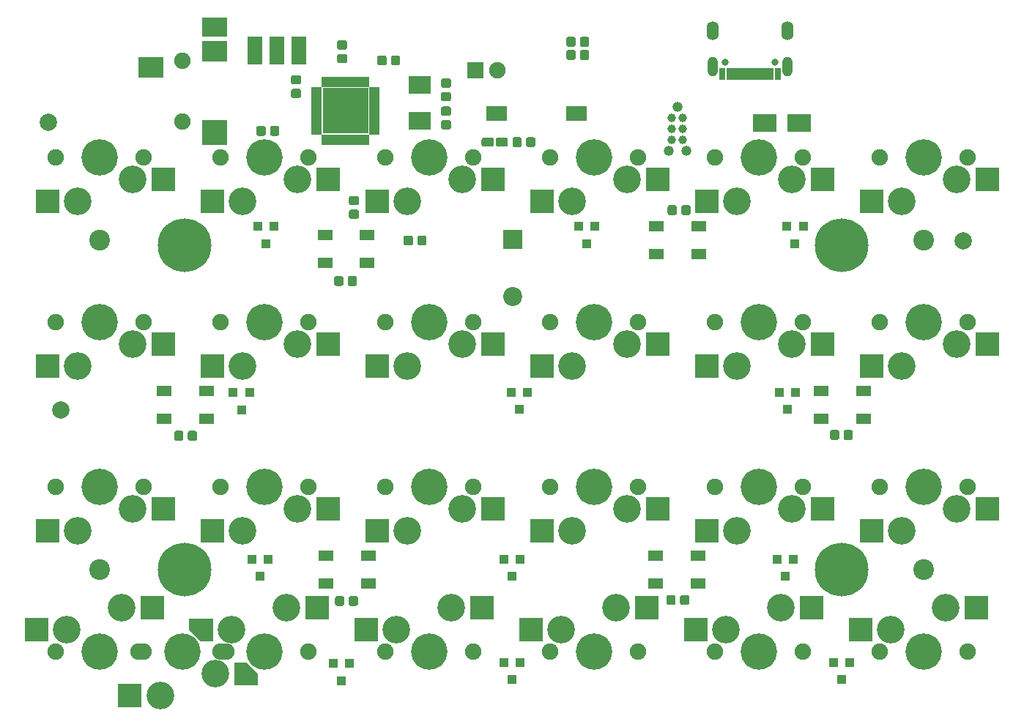
<source format=gbs>
G04 #@! TF.GenerationSoftware,KiCad,Pcbnew,(5.0.1-dev-70-gb7b125d83)*
G04 #@! TF.CreationDate,2019-03-17T16:15:58+01:00*
G04 #@! TF.ProjectId,vitamins_included,766974616D696E735F696E636C756465,rev?*
G04 #@! TF.SameCoordinates,Original*
G04 #@! TF.FileFunction,Soldermask,Bot*
G04 #@! TF.FilePolarity,Negative*
%FSLAX46Y46*%
G04 Gerber Fmt 4.6, Leading zero omitted, Abs format (unit mm)*
G04 Created by KiCad (PCBNEW (5.0.1-dev-70-gb7b125d83)) date 03/17/19 16:15:58*
%MOMM*%
%LPD*%
G01*
G04 APERTURE LIST*
%ADD10C,0.100000*%
%ADD11C,1.075000*%
%ADD12R,2.750000X2.700000*%
%ADD13C,3.200000*%
%ADD14C,1.900000*%
%ADD15C,4.200000*%
%ADD16R,2.380000X1.800000*%
%ADD17C,1.050000*%
%ADD18R,1.000000X1.100000*%
%ADD19C,6.200000*%
%ADD20C,1.000000*%
%ADD21C,2.400000*%
%ADD22R,2.700000X2.000000*%
%ADD23O,1.900000X1.900000*%
%ADD24R,1.900000X1.900000*%
%ADD25R,2.600000X2.100000*%
%ADD26R,1.700000X1.200000*%
%ADD27C,1.190600*%
%ADD28C,0.987400*%
%ADD29C,2.000000*%
%ADD30R,5.280000X5.280000*%
%ADD31R,1.198220X0.499720*%
%ADD32R,0.499720X1.198220*%
%ADD33R,3.000000X3.000000*%
%ADD34R,3.000000X2.400000*%
%ADD35R,3.000000X2.200000*%
%ADD36R,1.700000X3.200000*%
%ADD37C,2.200000*%
%ADD38R,2.200000X2.200000*%
%ADD39R,0.800000X1.360000*%
%ADD40C,0.800000*%
%ADD41R,0.500000X1.360000*%
%ADD42O,1.400000X2.200000*%
%ADD43O,1.200000X2.300000*%
G04 APERTURE END LIST*
D10*
G04 #@! TO.C,R16*
G36*
X58007592Y-14476294D02*
X58033681Y-14480164D01*
X58059264Y-14486572D01*
X58084096Y-14495457D01*
X58107938Y-14506734D01*
X58130560Y-14520293D01*
X58151743Y-14536003D01*
X58171285Y-14553715D01*
X58188997Y-14573257D01*
X58204707Y-14594440D01*
X58218266Y-14617062D01*
X58229543Y-14640904D01*
X58238428Y-14665736D01*
X58244836Y-14691319D01*
X58248706Y-14717408D01*
X58250000Y-14743750D01*
X58250000Y-15356250D01*
X58248706Y-15382592D01*
X58244836Y-15408681D01*
X58238428Y-15434264D01*
X58229543Y-15459096D01*
X58218266Y-15482938D01*
X58204707Y-15505560D01*
X58188997Y-15526743D01*
X58171285Y-15546285D01*
X58151743Y-15563997D01*
X58130560Y-15579707D01*
X58107938Y-15593266D01*
X58084096Y-15604543D01*
X58059264Y-15613428D01*
X58033681Y-15619836D01*
X58007592Y-15623706D01*
X57981250Y-15625000D01*
X57443750Y-15625000D01*
X57417408Y-15623706D01*
X57391319Y-15619836D01*
X57365736Y-15613428D01*
X57340904Y-15604543D01*
X57317062Y-15593266D01*
X57294440Y-15579707D01*
X57273257Y-15563997D01*
X57253715Y-15546285D01*
X57236003Y-15526743D01*
X57220293Y-15505560D01*
X57206734Y-15482938D01*
X57195457Y-15459096D01*
X57186572Y-15434264D01*
X57180164Y-15408681D01*
X57176294Y-15382592D01*
X57175000Y-15356250D01*
X57175000Y-14743750D01*
X57176294Y-14717408D01*
X57180164Y-14691319D01*
X57186572Y-14665736D01*
X57195457Y-14640904D01*
X57206734Y-14617062D01*
X57220293Y-14594440D01*
X57236003Y-14573257D01*
X57253715Y-14553715D01*
X57273257Y-14536003D01*
X57294440Y-14520293D01*
X57317062Y-14506734D01*
X57340904Y-14495457D01*
X57365736Y-14486572D01*
X57391319Y-14480164D01*
X57417408Y-14476294D01*
X57443750Y-14475000D01*
X57981250Y-14475000D01*
X58007592Y-14476294D01*
X58007592Y-14476294D01*
G37*
D11*
X57712500Y-15050000D03*
D10*
G36*
X59582592Y-14476294D02*
X59608681Y-14480164D01*
X59634264Y-14486572D01*
X59659096Y-14495457D01*
X59682938Y-14506734D01*
X59705560Y-14520293D01*
X59726743Y-14536003D01*
X59746285Y-14553715D01*
X59763997Y-14573257D01*
X59779707Y-14594440D01*
X59793266Y-14617062D01*
X59804543Y-14640904D01*
X59813428Y-14665736D01*
X59819836Y-14691319D01*
X59823706Y-14717408D01*
X59825000Y-14743750D01*
X59825000Y-15356250D01*
X59823706Y-15382592D01*
X59819836Y-15408681D01*
X59813428Y-15434264D01*
X59804543Y-15459096D01*
X59793266Y-15482938D01*
X59779707Y-15505560D01*
X59763997Y-15526743D01*
X59746285Y-15546285D01*
X59726743Y-15563997D01*
X59705560Y-15579707D01*
X59682938Y-15593266D01*
X59659096Y-15604543D01*
X59634264Y-15613428D01*
X59608681Y-15619836D01*
X59582592Y-15623706D01*
X59556250Y-15625000D01*
X59018750Y-15625000D01*
X58992408Y-15623706D01*
X58966319Y-15619836D01*
X58940736Y-15613428D01*
X58915904Y-15604543D01*
X58892062Y-15593266D01*
X58869440Y-15579707D01*
X58848257Y-15563997D01*
X58828715Y-15546285D01*
X58811003Y-15526743D01*
X58795293Y-15505560D01*
X58781734Y-15482938D01*
X58770457Y-15459096D01*
X58761572Y-15434264D01*
X58755164Y-15408681D01*
X58751294Y-15382592D01*
X58750000Y-15356250D01*
X58750000Y-14743750D01*
X58751294Y-14717408D01*
X58755164Y-14691319D01*
X58761572Y-14665736D01*
X58770457Y-14640904D01*
X58781734Y-14617062D01*
X58795293Y-14594440D01*
X58811003Y-14573257D01*
X58828715Y-14553715D01*
X58848257Y-14536003D01*
X58869440Y-14520293D01*
X58892062Y-14506734D01*
X58915904Y-14495457D01*
X58940736Y-14486572D01*
X58966319Y-14480164D01*
X58992408Y-14476294D01*
X59018750Y-14475000D01*
X59556250Y-14475000D01*
X59582592Y-14476294D01*
X59582592Y-14476294D01*
G37*
D11*
X59287500Y-15050000D03*
G04 #@! TD*
D12*
G04 #@! TO.C,SW30*
X112110000Y-19390000D03*
X98660000Y-21930000D03*
D13*
X102210000Y-21930000D03*
X108560000Y-19390000D03*
D14*
X99670000Y-16850000D03*
X109830000Y-16850000D03*
D15*
X104750000Y-16850000D03*
G04 #@! TD*
D10*
G04 #@! TO.C,R9*
G36*
X43966592Y-5021294D02*
X43992681Y-5025164D01*
X44018264Y-5031572D01*
X44043096Y-5040457D01*
X44066938Y-5051734D01*
X44089560Y-5065293D01*
X44110743Y-5081003D01*
X44130285Y-5098715D01*
X44147997Y-5118257D01*
X44163707Y-5139440D01*
X44177266Y-5162062D01*
X44188543Y-5185904D01*
X44197428Y-5210736D01*
X44203836Y-5236319D01*
X44207706Y-5262408D01*
X44209000Y-5288750D01*
X44209000Y-5901250D01*
X44207706Y-5927592D01*
X44203836Y-5953681D01*
X44197428Y-5979264D01*
X44188543Y-6004096D01*
X44177266Y-6027938D01*
X44163707Y-6050560D01*
X44147997Y-6071743D01*
X44130285Y-6091285D01*
X44110743Y-6108997D01*
X44089560Y-6124707D01*
X44066938Y-6138266D01*
X44043096Y-6149543D01*
X44018264Y-6158428D01*
X43992681Y-6164836D01*
X43966592Y-6168706D01*
X43940250Y-6170000D01*
X43402750Y-6170000D01*
X43376408Y-6168706D01*
X43350319Y-6164836D01*
X43324736Y-6158428D01*
X43299904Y-6149543D01*
X43276062Y-6138266D01*
X43253440Y-6124707D01*
X43232257Y-6108997D01*
X43212715Y-6091285D01*
X43195003Y-6071743D01*
X43179293Y-6050560D01*
X43165734Y-6027938D01*
X43154457Y-6004096D01*
X43145572Y-5979264D01*
X43139164Y-5953681D01*
X43135294Y-5927592D01*
X43134000Y-5901250D01*
X43134000Y-5288750D01*
X43135294Y-5262408D01*
X43139164Y-5236319D01*
X43145572Y-5210736D01*
X43154457Y-5185904D01*
X43165734Y-5162062D01*
X43179293Y-5139440D01*
X43195003Y-5118257D01*
X43212715Y-5098715D01*
X43232257Y-5081003D01*
X43253440Y-5065293D01*
X43276062Y-5051734D01*
X43299904Y-5040457D01*
X43324736Y-5031572D01*
X43350319Y-5025164D01*
X43376408Y-5021294D01*
X43402750Y-5020000D01*
X43940250Y-5020000D01*
X43966592Y-5021294D01*
X43966592Y-5021294D01*
G37*
D11*
X43671500Y-5595000D03*
D10*
G36*
X42391592Y-5021294D02*
X42417681Y-5025164D01*
X42443264Y-5031572D01*
X42468096Y-5040457D01*
X42491938Y-5051734D01*
X42514560Y-5065293D01*
X42535743Y-5081003D01*
X42555285Y-5098715D01*
X42572997Y-5118257D01*
X42588707Y-5139440D01*
X42602266Y-5162062D01*
X42613543Y-5185904D01*
X42622428Y-5210736D01*
X42628836Y-5236319D01*
X42632706Y-5262408D01*
X42634000Y-5288750D01*
X42634000Y-5901250D01*
X42632706Y-5927592D01*
X42628836Y-5953681D01*
X42622428Y-5979264D01*
X42613543Y-6004096D01*
X42602266Y-6027938D01*
X42588707Y-6050560D01*
X42572997Y-6071743D01*
X42555285Y-6091285D01*
X42535743Y-6108997D01*
X42514560Y-6124707D01*
X42491938Y-6138266D01*
X42468096Y-6149543D01*
X42443264Y-6158428D01*
X42417681Y-6164836D01*
X42391592Y-6168706D01*
X42365250Y-6170000D01*
X41827750Y-6170000D01*
X41801408Y-6168706D01*
X41775319Y-6164836D01*
X41749736Y-6158428D01*
X41724904Y-6149543D01*
X41701062Y-6138266D01*
X41678440Y-6124707D01*
X41657257Y-6108997D01*
X41637715Y-6091285D01*
X41620003Y-6071743D01*
X41604293Y-6050560D01*
X41590734Y-6027938D01*
X41579457Y-6004096D01*
X41570572Y-5979264D01*
X41564164Y-5953681D01*
X41560294Y-5927592D01*
X41559000Y-5901250D01*
X41559000Y-5288750D01*
X41560294Y-5262408D01*
X41564164Y-5236319D01*
X41570572Y-5210736D01*
X41579457Y-5185904D01*
X41590734Y-5162062D01*
X41604293Y-5139440D01*
X41620003Y-5118257D01*
X41637715Y-5098715D01*
X41657257Y-5081003D01*
X41678440Y-5065293D01*
X41701062Y-5051734D01*
X41724904Y-5040457D01*
X41749736Y-5031572D01*
X41775319Y-5025164D01*
X41801408Y-5021294D01*
X41827750Y-5020000D01*
X42365250Y-5020000D01*
X42391592Y-5021294D01*
X42391592Y-5021294D01*
G37*
D11*
X42096500Y-5595000D03*
G04 #@! TD*
D12*
G04 #@! TO.C,SW41*
X93060000Y-57490000D03*
X79610000Y-60030000D03*
D13*
X83160000Y-60030000D03*
X89510000Y-57490000D03*
D14*
X80620000Y-54950000D03*
X90780000Y-54950000D03*
D15*
X85700000Y-54950000D03*
G04 #@! TD*
D16*
G04 #@! TO.C,SW50*
X64540000Y-11700000D03*
X55360000Y-11700000D03*
G04 #@! TD*
D10*
G04 #@! TO.C,D28*
G36*
X54800729Y-14526264D02*
X54826211Y-14530044D01*
X54851200Y-14536303D01*
X54875454Y-14544982D01*
X54898742Y-14555996D01*
X54920837Y-14569239D01*
X54941528Y-14584585D01*
X54960616Y-14601884D01*
X54977915Y-14620972D01*
X54993261Y-14641663D01*
X55006504Y-14663758D01*
X55017518Y-14687046D01*
X55026197Y-14711300D01*
X55032456Y-14736289D01*
X55036236Y-14761771D01*
X55037500Y-14787500D01*
X55037500Y-15312500D01*
X55036236Y-15338229D01*
X55032456Y-15363711D01*
X55026197Y-15388700D01*
X55017518Y-15412954D01*
X55006504Y-15436242D01*
X54993261Y-15458337D01*
X54977915Y-15479028D01*
X54960616Y-15498116D01*
X54941528Y-15515415D01*
X54920837Y-15530761D01*
X54898742Y-15544004D01*
X54875454Y-15555018D01*
X54851200Y-15563697D01*
X54826211Y-15569956D01*
X54800729Y-15573736D01*
X54775000Y-15575000D01*
X53875000Y-15575000D01*
X53849271Y-15573736D01*
X53823789Y-15569956D01*
X53798800Y-15563697D01*
X53774546Y-15555018D01*
X53751258Y-15544004D01*
X53729163Y-15530761D01*
X53708472Y-15515415D01*
X53689384Y-15498116D01*
X53672085Y-15479028D01*
X53656739Y-15458337D01*
X53643496Y-15436242D01*
X53632482Y-15412954D01*
X53623803Y-15388700D01*
X53617544Y-15363711D01*
X53613764Y-15338229D01*
X53612500Y-15312500D01*
X53612500Y-14787500D01*
X53613764Y-14761771D01*
X53617544Y-14736289D01*
X53623803Y-14711300D01*
X53632482Y-14687046D01*
X53643496Y-14663758D01*
X53656739Y-14641663D01*
X53672085Y-14620972D01*
X53689384Y-14601884D01*
X53708472Y-14584585D01*
X53729163Y-14569239D01*
X53751258Y-14555996D01*
X53774546Y-14544982D01*
X53798800Y-14536303D01*
X53823789Y-14530044D01*
X53849271Y-14526264D01*
X53875000Y-14525000D01*
X54775000Y-14525000D01*
X54800729Y-14526264D01*
X54800729Y-14526264D01*
G37*
D17*
X54325000Y-15050000D03*
D10*
G36*
X56425729Y-14526264D02*
X56451211Y-14530044D01*
X56476200Y-14536303D01*
X56500454Y-14544982D01*
X56523742Y-14555996D01*
X56545837Y-14569239D01*
X56566528Y-14584585D01*
X56585616Y-14601884D01*
X56602915Y-14620972D01*
X56618261Y-14641663D01*
X56631504Y-14663758D01*
X56642518Y-14687046D01*
X56651197Y-14711300D01*
X56657456Y-14736289D01*
X56661236Y-14761771D01*
X56662500Y-14787500D01*
X56662500Y-15312500D01*
X56661236Y-15338229D01*
X56657456Y-15363711D01*
X56651197Y-15388700D01*
X56642518Y-15412954D01*
X56631504Y-15436242D01*
X56618261Y-15458337D01*
X56602915Y-15479028D01*
X56585616Y-15498116D01*
X56566528Y-15515415D01*
X56545837Y-15530761D01*
X56523742Y-15544004D01*
X56500454Y-15555018D01*
X56476200Y-15563697D01*
X56451211Y-15569956D01*
X56425729Y-15573736D01*
X56400000Y-15575000D01*
X55500000Y-15575000D01*
X55474271Y-15573736D01*
X55448789Y-15569956D01*
X55423800Y-15563697D01*
X55399546Y-15555018D01*
X55376258Y-15544004D01*
X55354163Y-15530761D01*
X55333472Y-15515415D01*
X55314384Y-15498116D01*
X55297085Y-15479028D01*
X55281739Y-15458337D01*
X55268496Y-15436242D01*
X55257482Y-15412954D01*
X55248803Y-15388700D01*
X55242544Y-15363711D01*
X55238764Y-15338229D01*
X55237500Y-15312500D01*
X55237500Y-14787500D01*
X55238764Y-14761771D01*
X55242544Y-14736289D01*
X55248803Y-14711300D01*
X55257482Y-14687046D01*
X55268496Y-14663758D01*
X55281739Y-14641663D01*
X55297085Y-14620972D01*
X55314384Y-14601884D01*
X55333472Y-14584585D01*
X55354163Y-14569239D01*
X55376258Y-14555996D01*
X55399546Y-14544982D01*
X55423800Y-14536303D01*
X55448789Y-14530044D01*
X55474271Y-14526264D01*
X55500000Y-14525000D01*
X56400000Y-14525000D01*
X56425729Y-14526264D01*
X56425729Y-14526264D01*
G37*
D17*
X55950000Y-15050000D03*
G04 #@! TD*
D12*
G04 #@! TO.C,SW34*
X74010000Y-38440000D03*
X60560000Y-40980000D03*
D13*
X64110000Y-40980000D03*
X70460000Y-38440000D03*
D14*
X61570000Y-35900000D03*
X71730000Y-35900000D03*
D15*
X66650000Y-35900000D03*
G04 #@! TD*
D10*
G04 #@! TO.C,R12*
G36*
X28407592Y-13176294D02*
X28433681Y-13180164D01*
X28459264Y-13186572D01*
X28484096Y-13195457D01*
X28507938Y-13206734D01*
X28530560Y-13220293D01*
X28551743Y-13236003D01*
X28571285Y-13253715D01*
X28588997Y-13273257D01*
X28604707Y-13294440D01*
X28618266Y-13317062D01*
X28629543Y-13340904D01*
X28638428Y-13365736D01*
X28644836Y-13391319D01*
X28648706Y-13417408D01*
X28650000Y-13443750D01*
X28650000Y-14056250D01*
X28648706Y-14082592D01*
X28644836Y-14108681D01*
X28638428Y-14134264D01*
X28629543Y-14159096D01*
X28618266Y-14182938D01*
X28604707Y-14205560D01*
X28588997Y-14226743D01*
X28571285Y-14246285D01*
X28551743Y-14263997D01*
X28530560Y-14279707D01*
X28507938Y-14293266D01*
X28484096Y-14304543D01*
X28459264Y-14313428D01*
X28433681Y-14319836D01*
X28407592Y-14323706D01*
X28381250Y-14325000D01*
X27843750Y-14325000D01*
X27817408Y-14323706D01*
X27791319Y-14319836D01*
X27765736Y-14313428D01*
X27740904Y-14304543D01*
X27717062Y-14293266D01*
X27694440Y-14279707D01*
X27673257Y-14263997D01*
X27653715Y-14246285D01*
X27636003Y-14226743D01*
X27620293Y-14205560D01*
X27606734Y-14182938D01*
X27595457Y-14159096D01*
X27586572Y-14134264D01*
X27580164Y-14108681D01*
X27576294Y-14082592D01*
X27575000Y-14056250D01*
X27575000Y-13443750D01*
X27576294Y-13417408D01*
X27580164Y-13391319D01*
X27586572Y-13365736D01*
X27595457Y-13340904D01*
X27606734Y-13317062D01*
X27620293Y-13294440D01*
X27636003Y-13273257D01*
X27653715Y-13253715D01*
X27673257Y-13236003D01*
X27694440Y-13220293D01*
X27717062Y-13206734D01*
X27740904Y-13195457D01*
X27765736Y-13186572D01*
X27791319Y-13180164D01*
X27817408Y-13176294D01*
X27843750Y-13175000D01*
X28381250Y-13175000D01*
X28407592Y-13176294D01*
X28407592Y-13176294D01*
G37*
D11*
X28112500Y-13750000D03*
D10*
G36*
X29982592Y-13176294D02*
X30008681Y-13180164D01*
X30034264Y-13186572D01*
X30059096Y-13195457D01*
X30082938Y-13206734D01*
X30105560Y-13220293D01*
X30126743Y-13236003D01*
X30146285Y-13253715D01*
X30163997Y-13273257D01*
X30179707Y-13294440D01*
X30193266Y-13317062D01*
X30204543Y-13340904D01*
X30213428Y-13365736D01*
X30219836Y-13391319D01*
X30223706Y-13417408D01*
X30225000Y-13443750D01*
X30225000Y-14056250D01*
X30223706Y-14082592D01*
X30219836Y-14108681D01*
X30213428Y-14134264D01*
X30204543Y-14159096D01*
X30193266Y-14182938D01*
X30179707Y-14205560D01*
X30163997Y-14226743D01*
X30146285Y-14246285D01*
X30126743Y-14263997D01*
X30105560Y-14279707D01*
X30082938Y-14293266D01*
X30059096Y-14304543D01*
X30034264Y-14313428D01*
X30008681Y-14319836D01*
X29982592Y-14323706D01*
X29956250Y-14325000D01*
X29418750Y-14325000D01*
X29392408Y-14323706D01*
X29366319Y-14319836D01*
X29340736Y-14313428D01*
X29315904Y-14304543D01*
X29292062Y-14293266D01*
X29269440Y-14279707D01*
X29248257Y-14263997D01*
X29228715Y-14246285D01*
X29211003Y-14226743D01*
X29195293Y-14205560D01*
X29181734Y-14182938D01*
X29170457Y-14159096D01*
X29161572Y-14134264D01*
X29155164Y-14108681D01*
X29151294Y-14082592D01*
X29150000Y-14056250D01*
X29150000Y-13443750D01*
X29151294Y-13417408D01*
X29155164Y-13391319D01*
X29161572Y-13365736D01*
X29170457Y-13340904D01*
X29181734Y-13317062D01*
X29195293Y-13294440D01*
X29211003Y-13273257D01*
X29228715Y-13253715D01*
X29248257Y-13236003D01*
X29269440Y-13220293D01*
X29292062Y-13206734D01*
X29315904Y-13195457D01*
X29340736Y-13186572D01*
X29366319Y-13180164D01*
X29392408Y-13176294D01*
X29418750Y-13175000D01*
X29956250Y-13175000D01*
X29982592Y-13176294D01*
X29982592Y-13176294D01*
G37*
D11*
X29687500Y-13750000D03*
G04 #@! TD*
D18*
G04 #@! TO.C,D18*
X88985000Y-45965000D03*
X89935000Y-43965000D03*
X88035000Y-43965000D03*
G04 #@! TD*
D10*
G04 #@! TO.C,C5*
G36*
X32491592Y-8878294D02*
X32517681Y-8882164D01*
X32543264Y-8888572D01*
X32568096Y-8897457D01*
X32591938Y-8908734D01*
X32614560Y-8922293D01*
X32635743Y-8938003D01*
X32655285Y-8955715D01*
X32672997Y-8975257D01*
X32688707Y-8996440D01*
X32702266Y-9019062D01*
X32713543Y-9042904D01*
X32722428Y-9067736D01*
X32728836Y-9093319D01*
X32732706Y-9119408D01*
X32734000Y-9145750D01*
X32734000Y-9683250D01*
X32732706Y-9709592D01*
X32728836Y-9735681D01*
X32722428Y-9761264D01*
X32713543Y-9786096D01*
X32702266Y-9809938D01*
X32688707Y-9832560D01*
X32672997Y-9853743D01*
X32655285Y-9873285D01*
X32635743Y-9890997D01*
X32614560Y-9906707D01*
X32591938Y-9920266D01*
X32568096Y-9931543D01*
X32543264Y-9940428D01*
X32517681Y-9946836D01*
X32491592Y-9950706D01*
X32465250Y-9952000D01*
X31852750Y-9952000D01*
X31826408Y-9950706D01*
X31800319Y-9946836D01*
X31774736Y-9940428D01*
X31749904Y-9931543D01*
X31726062Y-9920266D01*
X31703440Y-9906707D01*
X31682257Y-9890997D01*
X31662715Y-9873285D01*
X31645003Y-9853743D01*
X31629293Y-9832560D01*
X31615734Y-9809938D01*
X31604457Y-9786096D01*
X31595572Y-9761264D01*
X31589164Y-9735681D01*
X31585294Y-9709592D01*
X31584000Y-9683250D01*
X31584000Y-9145750D01*
X31585294Y-9119408D01*
X31589164Y-9093319D01*
X31595572Y-9067736D01*
X31604457Y-9042904D01*
X31615734Y-9019062D01*
X31629293Y-8996440D01*
X31645003Y-8975257D01*
X31662715Y-8955715D01*
X31682257Y-8938003D01*
X31703440Y-8922293D01*
X31726062Y-8908734D01*
X31749904Y-8897457D01*
X31774736Y-8888572D01*
X31800319Y-8882164D01*
X31826408Y-8878294D01*
X31852750Y-8877000D01*
X32465250Y-8877000D01*
X32491592Y-8878294D01*
X32491592Y-8878294D01*
G37*
D11*
X32159000Y-9414500D03*
D10*
G36*
X32491592Y-7303294D02*
X32517681Y-7307164D01*
X32543264Y-7313572D01*
X32568096Y-7322457D01*
X32591938Y-7333734D01*
X32614560Y-7347293D01*
X32635743Y-7363003D01*
X32655285Y-7380715D01*
X32672997Y-7400257D01*
X32688707Y-7421440D01*
X32702266Y-7444062D01*
X32713543Y-7467904D01*
X32722428Y-7492736D01*
X32728836Y-7518319D01*
X32732706Y-7544408D01*
X32734000Y-7570750D01*
X32734000Y-8108250D01*
X32732706Y-8134592D01*
X32728836Y-8160681D01*
X32722428Y-8186264D01*
X32713543Y-8211096D01*
X32702266Y-8234938D01*
X32688707Y-8257560D01*
X32672997Y-8278743D01*
X32655285Y-8298285D01*
X32635743Y-8315997D01*
X32614560Y-8331707D01*
X32591938Y-8345266D01*
X32568096Y-8356543D01*
X32543264Y-8365428D01*
X32517681Y-8371836D01*
X32491592Y-8375706D01*
X32465250Y-8377000D01*
X31852750Y-8377000D01*
X31826408Y-8375706D01*
X31800319Y-8371836D01*
X31774736Y-8365428D01*
X31749904Y-8356543D01*
X31726062Y-8345266D01*
X31703440Y-8331707D01*
X31682257Y-8315997D01*
X31662715Y-8298285D01*
X31645003Y-8278743D01*
X31629293Y-8257560D01*
X31615734Y-8234938D01*
X31604457Y-8211096D01*
X31595572Y-8186264D01*
X31589164Y-8160681D01*
X31585294Y-8134592D01*
X31584000Y-8108250D01*
X31584000Y-7570750D01*
X31585294Y-7544408D01*
X31589164Y-7518319D01*
X31595572Y-7492736D01*
X31604457Y-7467904D01*
X31615734Y-7444062D01*
X31629293Y-7421440D01*
X31645003Y-7400257D01*
X31662715Y-7380715D01*
X31682257Y-7363003D01*
X31703440Y-7347293D01*
X31726062Y-7333734D01*
X31749904Y-7322457D01*
X31774736Y-7313572D01*
X31800319Y-7307164D01*
X31826408Y-7303294D01*
X31852750Y-7302000D01*
X32465250Y-7302000D01*
X32491592Y-7303294D01*
X32491592Y-7303294D01*
G37*
D11*
X32159000Y-7839500D03*
G04 #@! TD*
D19*
G04 #@! TO.C,REF\002A\002A*
X19250000Y-64473000D03*
G04 #@! TD*
D20*
G04 #@! TO.C,SW43*
X26385000Y-76540000D03*
D10*
G36*
X26404509Y-75191921D02*
X26423268Y-75197612D01*
X26440557Y-75206853D01*
X26455007Y-75218593D01*
X27730007Y-76468593D01*
X27742593Y-76483623D01*
X27752005Y-76500819D01*
X27757881Y-76519521D01*
X27760000Y-76540000D01*
X27760000Y-77790000D01*
X27758079Y-77809509D01*
X27752388Y-77828268D01*
X27743147Y-77845557D01*
X27730711Y-77860711D01*
X27715557Y-77873147D01*
X27698268Y-77882388D01*
X27679509Y-77888079D01*
X27660000Y-77890000D01*
X25110000Y-77890000D01*
X25090491Y-77888079D01*
X25071732Y-77882388D01*
X25054443Y-77873147D01*
X25039289Y-77860711D01*
X25026853Y-77845557D01*
X25017612Y-77828268D01*
X25011921Y-77809509D01*
X25010000Y-77790000D01*
X25010000Y-75290000D01*
X25011921Y-75270491D01*
X25017612Y-75251732D01*
X25026853Y-75234443D01*
X25039289Y-75219289D01*
X25054443Y-75206853D01*
X25071732Y-75197612D01*
X25090491Y-75191921D01*
X25110000Y-75190000D01*
X26385000Y-75190000D01*
X26404509Y-75191921D01*
X26404509Y-75191921D01*
G37*
D12*
X12935000Y-79080000D03*
D13*
X16485000Y-79080000D03*
X22835000Y-76540000D03*
D14*
X13945000Y-74000000D03*
X24105000Y-74000000D03*
D15*
X19025000Y-74000000D03*
G04 #@! TD*
D21*
G04 #@! TO.C,REF\002A\002A*
X104750000Y-64475000D03*
G04 #@! TD*
D12*
G04 #@! TO.C,SW47*
X78340000Y-71460000D03*
X91790000Y-68920000D03*
D13*
X88240000Y-68920000D03*
X81890000Y-71460000D03*
D14*
X90780000Y-74000000D03*
X80620000Y-74000000D03*
D15*
X85700000Y-74000000D03*
G04 #@! TD*
D18*
G04 #@! TO.C,D23*
X57108000Y-77207000D03*
X58058000Y-75207000D03*
X56158000Y-75207000D03*
G04 #@! TD*
D19*
G04 #@! TO.C,REF\002A\002A*
X95250000Y-64500000D03*
G04 #@! TD*
D12*
G04 #@! TO.C,SW48*
X97390000Y-71460000D03*
X110840000Y-68920000D03*
D13*
X107290000Y-68920000D03*
X100940000Y-71460000D03*
D14*
X109830000Y-74000000D03*
X99670000Y-74000000D03*
D15*
X104750000Y-74000000D03*
G04 #@! TD*
D18*
G04 #@! TO.C,D14*
X64794000Y-24788000D03*
X66694000Y-24788000D03*
X65744000Y-26788000D03*
G04 #@! TD*
D19*
G04 #@! TO.C,REF\002A\002A*
X19250000Y-27000000D03*
G04 #@! TD*
D12*
G04 #@! TO.C,SW45*
X40240000Y-71460000D03*
X53690000Y-68920000D03*
D13*
X50140000Y-68920000D03*
X43790000Y-71460000D03*
D14*
X52680000Y-74000000D03*
X42520000Y-74000000D03*
D15*
X47600000Y-74000000D03*
G04 #@! TD*
D12*
G04 #@! TO.C,SW43*
X2140000Y-71460000D03*
X15590000Y-68920000D03*
D13*
X12040000Y-68920000D03*
X5690000Y-71460000D03*
D14*
X14580000Y-74000000D03*
X4420000Y-74000000D03*
D15*
X9500000Y-74000000D03*
G04 #@! TD*
D12*
G04 #@! TO.C,SW40*
X74010000Y-57490000D03*
X60560000Y-60030000D03*
D13*
X64110000Y-60030000D03*
X70460000Y-57490000D03*
D14*
X61570000Y-54950000D03*
X71730000Y-54950000D03*
D15*
X66650000Y-54950000D03*
G04 #@! TD*
D18*
G04 #@! TO.C,D16*
X25850000Y-46000000D03*
X26800000Y-44000000D03*
X24900000Y-44000000D03*
G04 #@! TD*
D22*
G04 #@! TO.C,D26*
X90350000Y-12850000D03*
X86350000Y-12850000D03*
G04 #@! TD*
D10*
G04 #@! TO.C,C6*
G36*
X49832592Y-10926294D02*
X49858681Y-10930164D01*
X49884264Y-10936572D01*
X49909096Y-10945457D01*
X49932938Y-10956734D01*
X49955560Y-10970293D01*
X49976743Y-10986003D01*
X49996285Y-11003715D01*
X50013997Y-11023257D01*
X50029707Y-11044440D01*
X50043266Y-11067062D01*
X50054543Y-11090904D01*
X50063428Y-11115736D01*
X50069836Y-11141319D01*
X50073706Y-11167408D01*
X50075000Y-11193750D01*
X50075000Y-11731250D01*
X50073706Y-11757592D01*
X50069836Y-11783681D01*
X50063428Y-11809264D01*
X50054543Y-11834096D01*
X50043266Y-11857938D01*
X50029707Y-11880560D01*
X50013997Y-11901743D01*
X49996285Y-11921285D01*
X49976743Y-11938997D01*
X49955560Y-11954707D01*
X49932938Y-11968266D01*
X49909096Y-11979543D01*
X49884264Y-11988428D01*
X49858681Y-11994836D01*
X49832592Y-11998706D01*
X49806250Y-12000000D01*
X49193750Y-12000000D01*
X49167408Y-11998706D01*
X49141319Y-11994836D01*
X49115736Y-11988428D01*
X49090904Y-11979543D01*
X49067062Y-11968266D01*
X49044440Y-11954707D01*
X49023257Y-11938997D01*
X49003715Y-11921285D01*
X48986003Y-11901743D01*
X48970293Y-11880560D01*
X48956734Y-11857938D01*
X48945457Y-11834096D01*
X48936572Y-11809264D01*
X48930164Y-11783681D01*
X48926294Y-11757592D01*
X48925000Y-11731250D01*
X48925000Y-11193750D01*
X48926294Y-11167408D01*
X48930164Y-11141319D01*
X48936572Y-11115736D01*
X48945457Y-11090904D01*
X48956734Y-11067062D01*
X48970293Y-11044440D01*
X48986003Y-11023257D01*
X49003715Y-11003715D01*
X49023257Y-10986003D01*
X49044440Y-10970293D01*
X49067062Y-10956734D01*
X49090904Y-10945457D01*
X49115736Y-10936572D01*
X49141319Y-10930164D01*
X49167408Y-10926294D01*
X49193750Y-10925000D01*
X49806250Y-10925000D01*
X49832592Y-10926294D01*
X49832592Y-10926294D01*
G37*
D11*
X49500000Y-11462500D03*
D10*
G36*
X49832592Y-12501294D02*
X49858681Y-12505164D01*
X49884264Y-12511572D01*
X49909096Y-12520457D01*
X49932938Y-12531734D01*
X49955560Y-12545293D01*
X49976743Y-12561003D01*
X49996285Y-12578715D01*
X50013997Y-12598257D01*
X50029707Y-12619440D01*
X50043266Y-12642062D01*
X50054543Y-12665904D01*
X50063428Y-12690736D01*
X50069836Y-12716319D01*
X50073706Y-12742408D01*
X50075000Y-12768750D01*
X50075000Y-13306250D01*
X50073706Y-13332592D01*
X50069836Y-13358681D01*
X50063428Y-13384264D01*
X50054543Y-13409096D01*
X50043266Y-13432938D01*
X50029707Y-13455560D01*
X50013997Y-13476743D01*
X49996285Y-13496285D01*
X49976743Y-13513997D01*
X49955560Y-13529707D01*
X49932938Y-13543266D01*
X49909096Y-13554543D01*
X49884264Y-13563428D01*
X49858681Y-13569836D01*
X49832592Y-13573706D01*
X49806250Y-13575000D01*
X49193750Y-13575000D01*
X49167408Y-13573706D01*
X49141319Y-13569836D01*
X49115736Y-13563428D01*
X49090904Y-13554543D01*
X49067062Y-13543266D01*
X49044440Y-13529707D01*
X49023257Y-13513997D01*
X49003715Y-13496285D01*
X48986003Y-13476743D01*
X48970293Y-13455560D01*
X48956734Y-13432938D01*
X48945457Y-13409096D01*
X48936572Y-13384264D01*
X48930164Y-13358681D01*
X48926294Y-13332592D01*
X48925000Y-13306250D01*
X48925000Y-12768750D01*
X48926294Y-12742408D01*
X48930164Y-12716319D01*
X48936572Y-12690736D01*
X48945457Y-12665904D01*
X48956734Y-12642062D01*
X48970293Y-12619440D01*
X48986003Y-12598257D01*
X49003715Y-12578715D01*
X49023257Y-12561003D01*
X49044440Y-12545293D01*
X49067062Y-12531734D01*
X49090904Y-12520457D01*
X49115736Y-12511572D01*
X49141319Y-12505164D01*
X49167408Y-12501294D01*
X49193750Y-12500000D01*
X49806250Y-12500000D01*
X49832592Y-12501294D01*
X49832592Y-12501294D01*
G37*
D11*
X49500000Y-13037500D03*
G04 #@! TD*
D12*
G04 #@! TO.C,SW39*
X54960000Y-57490000D03*
X41510000Y-60030000D03*
D13*
X45060000Y-60030000D03*
X51410000Y-57490000D03*
D14*
X42520000Y-54950000D03*
X52680000Y-54950000D03*
D15*
X47600000Y-54950000D03*
G04 #@! TD*
D19*
G04 #@! TO.C,REF\002A\002A*
X95250000Y-27000000D03*
G04 #@! TD*
D12*
G04 #@! TO.C,SW35*
X93060000Y-38440000D03*
X79610000Y-40980000D03*
D13*
X83160000Y-40980000D03*
X89510000Y-38440000D03*
D14*
X80620000Y-35900000D03*
X90780000Y-35900000D03*
D15*
X85700000Y-35900000D03*
G04 #@! TD*
D12*
G04 #@! TO.C,SW38*
X35910000Y-57490000D03*
X22460000Y-60030000D03*
D13*
X26010000Y-60030000D03*
X32360000Y-57490000D03*
D14*
X23470000Y-54950000D03*
X33630000Y-54950000D03*
D15*
X28550000Y-54950000D03*
G04 #@! TD*
D23*
G04 #@! TO.C,J4*
X55400000Y-6750000D03*
D24*
X52860000Y-6750000D03*
G04 #@! TD*
D25*
G04 #@! TO.C,Y2*
X46500000Y-8450000D03*
X46500000Y-12550000D03*
G04 #@! TD*
D18*
G04 #@! TO.C,D24*
X95208000Y-77207000D03*
X96158000Y-75207000D03*
X94258000Y-75207000D03*
G04 #@! TD*
G04 #@! TO.C,D20*
X56158000Y-63269000D03*
X58058000Y-63269000D03*
X57108000Y-65269000D03*
G04 #@! TD*
D10*
G04 #@! TO.C,R10*
G36*
X47014592Y-25849294D02*
X47040681Y-25853164D01*
X47066264Y-25859572D01*
X47091096Y-25868457D01*
X47114938Y-25879734D01*
X47137560Y-25893293D01*
X47158743Y-25909003D01*
X47178285Y-25926715D01*
X47195997Y-25946257D01*
X47211707Y-25967440D01*
X47225266Y-25990062D01*
X47236543Y-26013904D01*
X47245428Y-26038736D01*
X47251836Y-26064319D01*
X47255706Y-26090408D01*
X47257000Y-26116750D01*
X47257000Y-26729250D01*
X47255706Y-26755592D01*
X47251836Y-26781681D01*
X47245428Y-26807264D01*
X47236543Y-26832096D01*
X47225266Y-26855938D01*
X47211707Y-26878560D01*
X47195997Y-26899743D01*
X47178285Y-26919285D01*
X47158743Y-26936997D01*
X47137560Y-26952707D01*
X47114938Y-26966266D01*
X47091096Y-26977543D01*
X47066264Y-26986428D01*
X47040681Y-26992836D01*
X47014592Y-26996706D01*
X46988250Y-26998000D01*
X46450750Y-26998000D01*
X46424408Y-26996706D01*
X46398319Y-26992836D01*
X46372736Y-26986428D01*
X46347904Y-26977543D01*
X46324062Y-26966266D01*
X46301440Y-26952707D01*
X46280257Y-26936997D01*
X46260715Y-26919285D01*
X46243003Y-26899743D01*
X46227293Y-26878560D01*
X46213734Y-26855938D01*
X46202457Y-26832096D01*
X46193572Y-26807264D01*
X46187164Y-26781681D01*
X46183294Y-26755592D01*
X46182000Y-26729250D01*
X46182000Y-26116750D01*
X46183294Y-26090408D01*
X46187164Y-26064319D01*
X46193572Y-26038736D01*
X46202457Y-26013904D01*
X46213734Y-25990062D01*
X46227293Y-25967440D01*
X46243003Y-25946257D01*
X46260715Y-25926715D01*
X46280257Y-25909003D01*
X46301440Y-25893293D01*
X46324062Y-25879734D01*
X46347904Y-25868457D01*
X46372736Y-25859572D01*
X46398319Y-25853164D01*
X46424408Y-25849294D01*
X46450750Y-25848000D01*
X46988250Y-25848000D01*
X47014592Y-25849294D01*
X47014592Y-25849294D01*
G37*
D11*
X46719500Y-26423000D03*
D10*
G36*
X45439592Y-25849294D02*
X45465681Y-25853164D01*
X45491264Y-25859572D01*
X45516096Y-25868457D01*
X45539938Y-25879734D01*
X45562560Y-25893293D01*
X45583743Y-25909003D01*
X45603285Y-25926715D01*
X45620997Y-25946257D01*
X45636707Y-25967440D01*
X45650266Y-25990062D01*
X45661543Y-26013904D01*
X45670428Y-26038736D01*
X45676836Y-26064319D01*
X45680706Y-26090408D01*
X45682000Y-26116750D01*
X45682000Y-26729250D01*
X45680706Y-26755592D01*
X45676836Y-26781681D01*
X45670428Y-26807264D01*
X45661543Y-26832096D01*
X45650266Y-26855938D01*
X45636707Y-26878560D01*
X45620997Y-26899743D01*
X45603285Y-26919285D01*
X45583743Y-26936997D01*
X45562560Y-26952707D01*
X45539938Y-26966266D01*
X45516096Y-26977543D01*
X45491264Y-26986428D01*
X45465681Y-26992836D01*
X45439592Y-26996706D01*
X45413250Y-26998000D01*
X44875750Y-26998000D01*
X44849408Y-26996706D01*
X44823319Y-26992836D01*
X44797736Y-26986428D01*
X44772904Y-26977543D01*
X44749062Y-26966266D01*
X44726440Y-26952707D01*
X44705257Y-26936997D01*
X44685715Y-26919285D01*
X44668003Y-26899743D01*
X44652293Y-26878560D01*
X44638734Y-26855938D01*
X44627457Y-26832096D01*
X44618572Y-26807264D01*
X44612164Y-26781681D01*
X44608294Y-26755592D01*
X44607000Y-26729250D01*
X44607000Y-26116750D01*
X44608294Y-26090408D01*
X44612164Y-26064319D01*
X44618572Y-26038736D01*
X44627457Y-26013904D01*
X44638734Y-25990062D01*
X44652293Y-25967440D01*
X44668003Y-25946257D01*
X44685715Y-25926715D01*
X44705257Y-25909003D01*
X44726440Y-25893293D01*
X44749062Y-25879734D01*
X44772904Y-25868457D01*
X44797736Y-25859572D01*
X44823319Y-25853164D01*
X44849408Y-25849294D01*
X44875750Y-25848000D01*
X45413250Y-25848000D01*
X45439592Y-25849294D01*
X45439592Y-25849294D01*
G37*
D11*
X45144500Y-26423000D03*
G04 #@! TD*
D10*
G04 #@! TO.C,C8*
G36*
X37825592Y-4839694D02*
X37851681Y-4843564D01*
X37877264Y-4849972D01*
X37902096Y-4858857D01*
X37925938Y-4870134D01*
X37948560Y-4883693D01*
X37969743Y-4899403D01*
X37989285Y-4917115D01*
X38006997Y-4936657D01*
X38022707Y-4957840D01*
X38036266Y-4980462D01*
X38047543Y-5004304D01*
X38056428Y-5029136D01*
X38062836Y-5054719D01*
X38066706Y-5080808D01*
X38068000Y-5107150D01*
X38068000Y-5644650D01*
X38066706Y-5670992D01*
X38062836Y-5697081D01*
X38056428Y-5722664D01*
X38047543Y-5747496D01*
X38036266Y-5771338D01*
X38022707Y-5793960D01*
X38006997Y-5815143D01*
X37989285Y-5834685D01*
X37969743Y-5852397D01*
X37948560Y-5868107D01*
X37925938Y-5881666D01*
X37902096Y-5892943D01*
X37877264Y-5901828D01*
X37851681Y-5908236D01*
X37825592Y-5912106D01*
X37799250Y-5913400D01*
X37186750Y-5913400D01*
X37160408Y-5912106D01*
X37134319Y-5908236D01*
X37108736Y-5901828D01*
X37083904Y-5892943D01*
X37060062Y-5881666D01*
X37037440Y-5868107D01*
X37016257Y-5852397D01*
X36996715Y-5834685D01*
X36979003Y-5815143D01*
X36963293Y-5793960D01*
X36949734Y-5771338D01*
X36938457Y-5747496D01*
X36929572Y-5722664D01*
X36923164Y-5697081D01*
X36919294Y-5670992D01*
X36918000Y-5644650D01*
X36918000Y-5107150D01*
X36919294Y-5080808D01*
X36923164Y-5054719D01*
X36929572Y-5029136D01*
X36938457Y-5004304D01*
X36949734Y-4980462D01*
X36963293Y-4957840D01*
X36979003Y-4936657D01*
X36996715Y-4917115D01*
X37016257Y-4899403D01*
X37037440Y-4883693D01*
X37060062Y-4870134D01*
X37083904Y-4858857D01*
X37108736Y-4849972D01*
X37134319Y-4843564D01*
X37160408Y-4839694D01*
X37186750Y-4838400D01*
X37799250Y-4838400D01*
X37825592Y-4839694D01*
X37825592Y-4839694D01*
G37*
D11*
X37493000Y-5375900D03*
D10*
G36*
X37825592Y-3264694D02*
X37851681Y-3268564D01*
X37877264Y-3274972D01*
X37902096Y-3283857D01*
X37925938Y-3295134D01*
X37948560Y-3308693D01*
X37969743Y-3324403D01*
X37989285Y-3342115D01*
X38006997Y-3361657D01*
X38022707Y-3382840D01*
X38036266Y-3405462D01*
X38047543Y-3429304D01*
X38056428Y-3454136D01*
X38062836Y-3479719D01*
X38066706Y-3505808D01*
X38068000Y-3532150D01*
X38068000Y-4069650D01*
X38066706Y-4095992D01*
X38062836Y-4122081D01*
X38056428Y-4147664D01*
X38047543Y-4172496D01*
X38036266Y-4196338D01*
X38022707Y-4218960D01*
X38006997Y-4240143D01*
X37989285Y-4259685D01*
X37969743Y-4277397D01*
X37948560Y-4293107D01*
X37925938Y-4306666D01*
X37902096Y-4317943D01*
X37877264Y-4326828D01*
X37851681Y-4333236D01*
X37825592Y-4337106D01*
X37799250Y-4338400D01*
X37186750Y-4338400D01*
X37160408Y-4337106D01*
X37134319Y-4333236D01*
X37108736Y-4326828D01*
X37083904Y-4317943D01*
X37060062Y-4306666D01*
X37037440Y-4293107D01*
X37016257Y-4277397D01*
X36996715Y-4259685D01*
X36979003Y-4240143D01*
X36963293Y-4218960D01*
X36949734Y-4196338D01*
X36938457Y-4172496D01*
X36929572Y-4147664D01*
X36923164Y-4122081D01*
X36919294Y-4095992D01*
X36918000Y-4069650D01*
X36918000Y-3532150D01*
X36919294Y-3505808D01*
X36923164Y-3479719D01*
X36929572Y-3454136D01*
X36938457Y-3429304D01*
X36949734Y-3405462D01*
X36963293Y-3382840D01*
X36979003Y-3361657D01*
X36996715Y-3342115D01*
X37016257Y-3324403D01*
X37037440Y-3308693D01*
X37060062Y-3295134D01*
X37083904Y-3283857D01*
X37108736Y-3274972D01*
X37134319Y-3268564D01*
X37160408Y-3264694D01*
X37186750Y-3263400D01*
X37799250Y-3263400D01*
X37825592Y-3264694D01*
X37825592Y-3264694D01*
G37*
D11*
X37493000Y-3800900D03*
G04 #@! TD*
D18*
G04 #@! TO.C,D21*
X88731000Y-65269000D03*
X89681000Y-63269000D03*
X87781000Y-63269000D03*
G04 #@! TD*
D26*
G04 #@! TO.C,D36*
X16950000Y-47000000D03*
X16950000Y-43800000D03*
X21850000Y-47000000D03*
X21850000Y-43800000D03*
G04 #@! TD*
D18*
G04 #@! TO.C,D13*
X28660000Y-26788000D03*
X29610000Y-24788000D03*
X27710000Y-24788000D03*
G04 #@! TD*
D12*
G04 #@! TO.C,SW33*
X54960000Y-38440000D03*
X41510000Y-40980000D03*
D13*
X45060000Y-40980000D03*
X51410000Y-38440000D03*
D14*
X42520000Y-35900000D03*
X52680000Y-35900000D03*
D15*
X47600000Y-35900000D03*
G04 #@! TD*
D27*
G04 #@! TO.C,J6*
X75234000Y-16040000D03*
X77266000Y-16040000D03*
X76250000Y-10960000D03*
D28*
X76885000Y-12230000D03*
X75615000Y-12230000D03*
X76885000Y-13500000D03*
X75615000Y-13500000D03*
X76885000Y-14770000D03*
X75615000Y-14770000D03*
G04 #@! TD*
D12*
G04 #@! TO.C,SW46*
X59290000Y-71460000D03*
X72740000Y-68920000D03*
D13*
X69190000Y-68920000D03*
X62840000Y-71460000D03*
D14*
X71730000Y-74000000D03*
X61570000Y-74000000D03*
D15*
X66650000Y-74000000D03*
G04 #@! TD*
D18*
G04 #@! TO.C,D15*
X89835000Y-26788000D03*
X90785000Y-24788000D03*
X88885000Y-24788000D03*
G04 #@! TD*
D29*
G04 #@! TO.C,FID4*
X109250000Y-26500000D03*
G04 #@! TD*
D18*
G04 #@! TO.C,D19*
X28025000Y-65269000D03*
X28975000Y-63269000D03*
X27075000Y-63269000D03*
G04 #@! TD*
D26*
G04 #@! TO.C,D37*
X40550000Y-62900000D03*
X40550000Y-66100000D03*
X35650000Y-62900000D03*
X35650000Y-66100000D03*
G04 #@! TD*
D18*
G04 #@! TO.C,D17*
X57047000Y-43965000D03*
X58947000Y-43965000D03*
X57997000Y-45965000D03*
G04 #@! TD*
D12*
G04 #@! TO.C,SW32*
X35910000Y-38440000D03*
X22460000Y-40980000D03*
D13*
X26010000Y-40980000D03*
X32360000Y-38440000D03*
D14*
X23470000Y-35900000D03*
X33630000Y-35900000D03*
D15*
X28550000Y-35900000D03*
G04 #@! TD*
D30*
G04 #@! TO.C,U2*
X37892518Y-11411000D03*
D31*
X34544798Y-8911640D03*
X34544798Y-9412020D03*
X34544798Y-9912400D03*
X34544798Y-10412780D03*
X34544798Y-10913160D03*
X34544798Y-11411000D03*
X34544798Y-11908840D03*
X34544798Y-12409220D03*
X34544798Y-12909600D03*
X34544798Y-13409980D03*
X34544798Y-13910360D03*
D32*
X35393158Y-14758720D03*
X35893538Y-14758720D03*
X36393918Y-14758720D03*
X36894298Y-14758720D03*
X37394678Y-14758720D03*
X37892518Y-14758720D03*
X38390358Y-14758720D03*
X38890738Y-14758720D03*
X39391118Y-14758720D03*
X39891498Y-14758720D03*
X40391878Y-14758720D03*
D31*
X41240238Y-13910360D03*
X41240238Y-13409980D03*
X41240238Y-12909600D03*
X41240238Y-12409220D03*
X41240238Y-11908840D03*
X41240238Y-11411000D03*
X41240238Y-10913160D03*
X41240238Y-10412780D03*
X41240238Y-9912400D03*
X41240238Y-9412020D03*
X41240238Y-8911640D03*
D32*
X40391878Y-8063280D03*
X39891498Y-8063280D03*
X39391118Y-8063280D03*
X38890738Y-8063280D03*
X38390358Y-8063280D03*
X37892518Y-8063280D03*
X37394678Y-8063280D03*
X36894298Y-8063280D03*
X36393918Y-8063280D03*
X35893538Y-8063280D03*
X35393158Y-8063280D03*
G04 #@! TD*
D26*
G04 #@! TO.C,D38*
X78750000Y-24800000D03*
X78750000Y-28000000D03*
X73850000Y-24800000D03*
X73850000Y-28000000D03*
G04 #@! TD*
G04 #@! TO.C,D35*
X40400000Y-25800000D03*
X40400000Y-29000000D03*
X35500000Y-25800000D03*
X35500000Y-29000000D03*
G04 #@! TD*
D21*
G04 #@! TO.C,REF\002A\002A*
X9500000Y-26375000D03*
G04 #@! TD*
G04 #@! TO.C,REF\002A\002A*
X9500000Y-64475000D03*
G04 #@! TD*
D10*
G04 #@! TO.C,C15*
G36*
X37395092Y-30526294D02*
X37421181Y-30530164D01*
X37446764Y-30536572D01*
X37471596Y-30545457D01*
X37495438Y-30556734D01*
X37518060Y-30570293D01*
X37539243Y-30586003D01*
X37558785Y-30603715D01*
X37576497Y-30623257D01*
X37592207Y-30644440D01*
X37605766Y-30667062D01*
X37617043Y-30690904D01*
X37625928Y-30715736D01*
X37632336Y-30741319D01*
X37636206Y-30767408D01*
X37637500Y-30793750D01*
X37637500Y-31406250D01*
X37636206Y-31432592D01*
X37632336Y-31458681D01*
X37625928Y-31484264D01*
X37617043Y-31509096D01*
X37605766Y-31532938D01*
X37592207Y-31555560D01*
X37576497Y-31576743D01*
X37558785Y-31596285D01*
X37539243Y-31613997D01*
X37518060Y-31629707D01*
X37495438Y-31643266D01*
X37471596Y-31654543D01*
X37446764Y-31663428D01*
X37421181Y-31669836D01*
X37395092Y-31673706D01*
X37368750Y-31675000D01*
X36831250Y-31675000D01*
X36804908Y-31673706D01*
X36778819Y-31669836D01*
X36753236Y-31663428D01*
X36728404Y-31654543D01*
X36704562Y-31643266D01*
X36681940Y-31629707D01*
X36660757Y-31613997D01*
X36641215Y-31596285D01*
X36623503Y-31576743D01*
X36607793Y-31555560D01*
X36594234Y-31532938D01*
X36582957Y-31509096D01*
X36574072Y-31484264D01*
X36567664Y-31458681D01*
X36563794Y-31432592D01*
X36562500Y-31406250D01*
X36562500Y-30793750D01*
X36563794Y-30767408D01*
X36567664Y-30741319D01*
X36574072Y-30715736D01*
X36582957Y-30690904D01*
X36594234Y-30667062D01*
X36607793Y-30644440D01*
X36623503Y-30623257D01*
X36641215Y-30603715D01*
X36660757Y-30586003D01*
X36681940Y-30570293D01*
X36704562Y-30556734D01*
X36728404Y-30545457D01*
X36753236Y-30536572D01*
X36778819Y-30530164D01*
X36804908Y-30526294D01*
X36831250Y-30525000D01*
X37368750Y-30525000D01*
X37395092Y-30526294D01*
X37395092Y-30526294D01*
G37*
D11*
X37100000Y-31100000D03*
D10*
G36*
X38970092Y-30526294D02*
X38996181Y-30530164D01*
X39021764Y-30536572D01*
X39046596Y-30545457D01*
X39070438Y-30556734D01*
X39093060Y-30570293D01*
X39114243Y-30586003D01*
X39133785Y-30603715D01*
X39151497Y-30623257D01*
X39167207Y-30644440D01*
X39180766Y-30667062D01*
X39192043Y-30690904D01*
X39200928Y-30715736D01*
X39207336Y-30741319D01*
X39211206Y-30767408D01*
X39212500Y-30793750D01*
X39212500Y-31406250D01*
X39211206Y-31432592D01*
X39207336Y-31458681D01*
X39200928Y-31484264D01*
X39192043Y-31509096D01*
X39180766Y-31532938D01*
X39167207Y-31555560D01*
X39151497Y-31576743D01*
X39133785Y-31596285D01*
X39114243Y-31613997D01*
X39093060Y-31629707D01*
X39070438Y-31643266D01*
X39046596Y-31654543D01*
X39021764Y-31663428D01*
X38996181Y-31669836D01*
X38970092Y-31673706D01*
X38943750Y-31675000D01*
X38406250Y-31675000D01*
X38379908Y-31673706D01*
X38353819Y-31669836D01*
X38328236Y-31663428D01*
X38303404Y-31654543D01*
X38279562Y-31643266D01*
X38256940Y-31629707D01*
X38235757Y-31613997D01*
X38216215Y-31596285D01*
X38198503Y-31576743D01*
X38182793Y-31555560D01*
X38169234Y-31532938D01*
X38157957Y-31509096D01*
X38149072Y-31484264D01*
X38142664Y-31458681D01*
X38138794Y-31432592D01*
X38137500Y-31406250D01*
X38137500Y-30793750D01*
X38138794Y-30767408D01*
X38142664Y-30741319D01*
X38149072Y-30715736D01*
X38157957Y-30690904D01*
X38169234Y-30667062D01*
X38182793Y-30644440D01*
X38198503Y-30623257D01*
X38216215Y-30603715D01*
X38235757Y-30586003D01*
X38256940Y-30570293D01*
X38279562Y-30556734D01*
X38303404Y-30545457D01*
X38328236Y-30536572D01*
X38353819Y-30530164D01*
X38379908Y-30526294D01*
X38406250Y-30525000D01*
X38943750Y-30525000D01*
X38970092Y-30526294D01*
X38970092Y-30526294D01*
G37*
D11*
X38675000Y-31100000D03*
G04 #@! TD*
D10*
G04 #@! TO.C,C16*
G36*
X18907592Y-48426294D02*
X18933681Y-48430164D01*
X18959264Y-48436572D01*
X18984096Y-48445457D01*
X19007938Y-48456734D01*
X19030560Y-48470293D01*
X19051743Y-48486003D01*
X19071285Y-48503715D01*
X19088997Y-48523257D01*
X19104707Y-48544440D01*
X19118266Y-48567062D01*
X19129543Y-48590904D01*
X19138428Y-48615736D01*
X19144836Y-48641319D01*
X19148706Y-48667408D01*
X19150000Y-48693750D01*
X19150000Y-49306250D01*
X19148706Y-49332592D01*
X19144836Y-49358681D01*
X19138428Y-49384264D01*
X19129543Y-49409096D01*
X19118266Y-49432938D01*
X19104707Y-49455560D01*
X19088997Y-49476743D01*
X19071285Y-49496285D01*
X19051743Y-49513997D01*
X19030560Y-49529707D01*
X19007938Y-49543266D01*
X18984096Y-49554543D01*
X18959264Y-49563428D01*
X18933681Y-49569836D01*
X18907592Y-49573706D01*
X18881250Y-49575000D01*
X18343750Y-49575000D01*
X18317408Y-49573706D01*
X18291319Y-49569836D01*
X18265736Y-49563428D01*
X18240904Y-49554543D01*
X18217062Y-49543266D01*
X18194440Y-49529707D01*
X18173257Y-49513997D01*
X18153715Y-49496285D01*
X18136003Y-49476743D01*
X18120293Y-49455560D01*
X18106734Y-49432938D01*
X18095457Y-49409096D01*
X18086572Y-49384264D01*
X18080164Y-49358681D01*
X18076294Y-49332592D01*
X18075000Y-49306250D01*
X18075000Y-48693750D01*
X18076294Y-48667408D01*
X18080164Y-48641319D01*
X18086572Y-48615736D01*
X18095457Y-48590904D01*
X18106734Y-48567062D01*
X18120293Y-48544440D01*
X18136003Y-48523257D01*
X18153715Y-48503715D01*
X18173257Y-48486003D01*
X18194440Y-48470293D01*
X18217062Y-48456734D01*
X18240904Y-48445457D01*
X18265736Y-48436572D01*
X18291319Y-48430164D01*
X18317408Y-48426294D01*
X18343750Y-48425000D01*
X18881250Y-48425000D01*
X18907592Y-48426294D01*
X18907592Y-48426294D01*
G37*
D11*
X18612500Y-49000000D03*
D10*
G36*
X20482592Y-48426294D02*
X20508681Y-48430164D01*
X20534264Y-48436572D01*
X20559096Y-48445457D01*
X20582938Y-48456734D01*
X20605560Y-48470293D01*
X20626743Y-48486003D01*
X20646285Y-48503715D01*
X20663997Y-48523257D01*
X20679707Y-48544440D01*
X20693266Y-48567062D01*
X20704543Y-48590904D01*
X20713428Y-48615736D01*
X20719836Y-48641319D01*
X20723706Y-48667408D01*
X20725000Y-48693750D01*
X20725000Y-49306250D01*
X20723706Y-49332592D01*
X20719836Y-49358681D01*
X20713428Y-49384264D01*
X20704543Y-49409096D01*
X20693266Y-49432938D01*
X20679707Y-49455560D01*
X20663997Y-49476743D01*
X20646285Y-49496285D01*
X20626743Y-49513997D01*
X20605560Y-49529707D01*
X20582938Y-49543266D01*
X20559096Y-49554543D01*
X20534264Y-49563428D01*
X20508681Y-49569836D01*
X20482592Y-49573706D01*
X20456250Y-49575000D01*
X19918750Y-49575000D01*
X19892408Y-49573706D01*
X19866319Y-49569836D01*
X19840736Y-49563428D01*
X19815904Y-49554543D01*
X19792062Y-49543266D01*
X19769440Y-49529707D01*
X19748257Y-49513997D01*
X19728715Y-49496285D01*
X19711003Y-49476743D01*
X19695293Y-49455560D01*
X19681734Y-49432938D01*
X19670457Y-49409096D01*
X19661572Y-49384264D01*
X19655164Y-49358681D01*
X19651294Y-49332592D01*
X19650000Y-49306250D01*
X19650000Y-48693750D01*
X19651294Y-48667408D01*
X19655164Y-48641319D01*
X19661572Y-48615736D01*
X19670457Y-48590904D01*
X19681734Y-48567062D01*
X19695293Y-48544440D01*
X19711003Y-48523257D01*
X19728715Y-48503715D01*
X19748257Y-48486003D01*
X19769440Y-48470293D01*
X19792062Y-48456734D01*
X19815904Y-48445457D01*
X19840736Y-48436572D01*
X19866319Y-48430164D01*
X19892408Y-48426294D01*
X19918750Y-48425000D01*
X20456250Y-48425000D01*
X20482592Y-48426294D01*
X20482592Y-48426294D01*
G37*
D11*
X20187500Y-49000000D03*
G04 #@! TD*
D12*
G04 #@! TO.C,SW31*
X16860000Y-38440000D03*
X3410000Y-40980000D03*
D13*
X6960000Y-40980000D03*
X13310000Y-38440000D03*
D14*
X4420000Y-35900000D03*
X14580000Y-35900000D03*
D15*
X9500000Y-35900000D03*
G04 #@! TD*
D12*
G04 #@! TO.C,SW25*
X16860000Y-19390000D03*
X3410000Y-21930000D03*
D13*
X6960000Y-21930000D03*
X13310000Y-19390000D03*
D14*
X4420000Y-16850000D03*
X14580000Y-16850000D03*
D15*
X9500000Y-16850000D03*
G04 #@! TD*
D29*
G04 #@! TO.C,FID5*
X3500000Y-12750000D03*
G04 #@! TD*
D10*
G04 #@! TO.C,C17*
G36*
X39082592Y-67526294D02*
X39108681Y-67530164D01*
X39134264Y-67536572D01*
X39159096Y-67545457D01*
X39182938Y-67556734D01*
X39205560Y-67570293D01*
X39226743Y-67586003D01*
X39246285Y-67603715D01*
X39263997Y-67623257D01*
X39279707Y-67644440D01*
X39293266Y-67667062D01*
X39304543Y-67690904D01*
X39313428Y-67715736D01*
X39319836Y-67741319D01*
X39323706Y-67767408D01*
X39325000Y-67793750D01*
X39325000Y-68406250D01*
X39323706Y-68432592D01*
X39319836Y-68458681D01*
X39313428Y-68484264D01*
X39304543Y-68509096D01*
X39293266Y-68532938D01*
X39279707Y-68555560D01*
X39263997Y-68576743D01*
X39246285Y-68596285D01*
X39226743Y-68613997D01*
X39205560Y-68629707D01*
X39182938Y-68643266D01*
X39159096Y-68654543D01*
X39134264Y-68663428D01*
X39108681Y-68669836D01*
X39082592Y-68673706D01*
X39056250Y-68675000D01*
X38518750Y-68675000D01*
X38492408Y-68673706D01*
X38466319Y-68669836D01*
X38440736Y-68663428D01*
X38415904Y-68654543D01*
X38392062Y-68643266D01*
X38369440Y-68629707D01*
X38348257Y-68613997D01*
X38328715Y-68596285D01*
X38311003Y-68576743D01*
X38295293Y-68555560D01*
X38281734Y-68532938D01*
X38270457Y-68509096D01*
X38261572Y-68484264D01*
X38255164Y-68458681D01*
X38251294Y-68432592D01*
X38250000Y-68406250D01*
X38250000Y-67793750D01*
X38251294Y-67767408D01*
X38255164Y-67741319D01*
X38261572Y-67715736D01*
X38270457Y-67690904D01*
X38281734Y-67667062D01*
X38295293Y-67644440D01*
X38311003Y-67623257D01*
X38328715Y-67603715D01*
X38348257Y-67586003D01*
X38369440Y-67570293D01*
X38392062Y-67556734D01*
X38415904Y-67545457D01*
X38440736Y-67536572D01*
X38466319Y-67530164D01*
X38492408Y-67526294D01*
X38518750Y-67525000D01*
X39056250Y-67525000D01*
X39082592Y-67526294D01*
X39082592Y-67526294D01*
G37*
D11*
X38787500Y-68100000D03*
D10*
G36*
X37507592Y-67526294D02*
X37533681Y-67530164D01*
X37559264Y-67536572D01*
X37584096Y-67545457D01*
X37607938Y-67556734D01*
X37630560Y-67570293D01*
X37651743Y-67586003D01*
X37671285Y-67603715D01*
X37688997Y-67623257D01*
X37704707Y-67644440D01*
X37718266Y-67667062D01*
X37729543Y-67690904D01*
X37738428Y-67715736D01*
X37744836Y-67741319D01*
X37748706Y-67767408D01*
X37750000Y-67793750D01*
X37750000Y-68406250D01*
X37748706Y-68432592D01*
X37744836Y-68458681D01*
X37738428Y-68484264D01*
X37729543Y-68509096D01*
X37718266Y-68532938D01*
X37704707Y-68555560D01*
X37688997Y-68576743D01*
X37671285Y-68596285D01*
X37651743Y-68613997D01*
X37630560Y-68629707D01*
X37607938Y-68643266D01*
X37584096Y-68654543D01*
X37559264Y-68663428D01*
X37533681Y-68669836D01*
X37507592Y-68673706D01*
X37481250Y-68675000D01*
X36943750Y-68675000D01*
X36917408Y-68673706D01*
X36891319Y-68669836D01*
X36865736Y-68663428D01*
X36840904Y-68654543D01*
X36817062Y-68643266D01*
X36794440Y-68629707D01*
X36773257Y-68613997D01*
X36753715Y-68596285D01*
X36736003Y-68576743D01*
X36720293Y-68555560D01*
X36706734Y-68532938D01*
X36695457Y-68509096D01*
X36686572Y-68484264D01*
X36680164Y-68458681D01*
X36676294Y-68432592D01*
X36675000Y-68406250D01*
X36675000Y-67793750D01*
X36676294Y-67767408D01*
X36680164Y-67741319D01*
X36686572Y-67715736D01*
X36695457Y-67690904D01*
X36706734Y-67667062D01*
X36720293Y-67644440D01*
X36736003Y-67623257D01*
X36753715Y-67603715D01*
X36773257Y-67586003D01*
X36794440Y-67570293D01*
X36817062Y-67556734D01*
X36840904Y-67545457D01*
X36865736Y-67536572D01*
X36891319Y-67530164D01*
X36917408Y-67526294D01*
X36943750Y-67525000D01*
X37481250Y-67525000D01*
X37507592Y-67526294D01*
X37507592Y-67526294D01*
G37*
D11*
X37212500Y-68100000D03*
G04 #@! TD*
D21*
G04 #@! TO.C,REF\002A\002A*
X104750000Y-26375000D03*
G04 #@! TD*
D10*
G04 #@! TO.C,C20*
G36*
X77382592Y-67426294D02*
X77408681Y-67430164D01*
X77434264Y-67436572D01*
X77459096Y-67445457D01*
X77482938Y-67456734D01*
X77505560Y-67470293D01*
X77526743Y-67486003D01*
X77546285Y-67503715D01*
X77563997Y-67523257D01*
X77579707Y-67544440D01*
X77593266Y-67567062D01*
X77604543Y-67590904D01*
X77613428Y-67615736D01*
X77619836Y-67641319D01*
X77623706Y-67667408D01*
X77625000Y-67693750D01*
X77625000Y-68306250D01*
X77623706Y-68332592D01*
X77619836Y-68358681D01*
X77613428Y-68384264D01*
X77604543Y-68409096D01*
X77593266Y-68432938D01*
X77579707Y-68455560D01*
X77563997Y-68476743D01*
X77546285Y-68496285D01*
X77526743Y-68513997D01*
X77505560Y-68529707D01*
X77482938Y-68543266D01*
X77459096Y-68554543D01*
X77434264Y-68563428D01*
X77408681Y-68569836D01*
X77382592Y-68573706D01*
X77356250Y-68575000D01*
X76818750Y-68575000D01*
X76792408Y-68573706D01*
X76766319Y-68569836D01*
X76740736Y-68563428D01*
X76715904Y-68554543D01*
X76692062Y-68543266D01*
X76669440Y-68529707D01*
X76648257Y-68513997D01*
X76628715Y-68496285D01*
X76611003Y-68476743D01*
X76595293Y-68455560D01*
X76581734Y-68432938D01*
X76570457Y-68409096D01*
X76561572Y-68384264D01*
X76555164Y-68358681D01*
X76551294Y-68332592D01*
X76550000Y-68306250D01*
X76550000Y-67693750D01*
X76551294Y-67667408D01*
X76555164Y-67641319D01*
X76561572Y-67615736D01*
X76570457Y-67590904D01*
X76581734Y-67567062D01*
X76595293Y-67544440D01*
X76611003Y-67523257D01*
X76628715Y-67503715D01*
X76648257Y-67486003D01*
X76669440Y-67470293D01*
X76692062Y-67456734D01*
X76715904Y-67445457D01*
X76740736Y-67436572D01*
X76766319Y-67430164D01*
X76792408Y-67426294D01*
X76818750Y-67425000D01*
X77356250Y-67425000D01*
X77382592Y-67426294D01*
X77382592Y-67426294D01*
G37*
D11*
X77087500Y-68000000D03*
D10*
G36*
X75807592Y-67426294D02*
X75833681Y-67430164D01*
X75859264Y-67436572D01*
X75884096Y-67445457D01*
X75907938Y-67456734D01*
X75930560Y-67470293D01*
X75951743Y-67486003D01*
X75971285Y-67503715D01*
X75988997Y-67523257D01*
X76004707Y-67544440D01*
X76018266Y-67567062D01*
X76029543Y-67590904D01*
X76038428Y-67615736D01*
X76044836Y-67641319D01*
X76048706Y-67667408D01*
X76050000Y-67693750D01*
X76050000Y-68306250D01*
X76048706Y-68332592D01*
X76044836Y-68358681D01*
X76038428Y-68384264D01*
X76029543Y-68409096D01*
X76018266Y-68432938D01*
X76004707Y-68455560D01*
X75988997Y-68476743D01*
X75971285Y-68496285D01*
X75951743Y-68513997D01*
X75930560Y-68529707D01*
X75907938Y-68543266D01*
X75884096Y-68554543D01*
X75859264Y-68563428D01*
X75833681Y-68569836D01*
X75807592Y-68573706D01*
X75781250Y-68575000D01*
X75243750Y-68575000D01*
X75217408Y-68573706D01*
X75191319Y-68569836D01*
X75165736Y-68563428D01*
X75140904Y-68554543D01*
X75117062Y-68543266D01*
X75094440Y-68529707D01*
X75073257Y-68513997D01*
X75053715Y-68496285D01*
X75036003Y-68476743D01*
X75020293Y-68455560D01*
X75006734Y-68432938D01*
X74995457Y-68409096D01*
X74986572Y-68384264D01*
X74980164Y-68358681D01*
X74976294Y-68332592D01*
X74975000Y-68306250D01*
X74975000Y-67693750D01*
X74976294Y-67667408D01*
X74980164Y-67641319D01*
X74986572Y-67615736D01*
X74995457Y-67590904D01*
X75006734Y-67567062D01*
X75020293Y-67544440D01*
X75036003Y-67523257D01*
X75053715Y-67503715D01*
X75073257Y-67486003D01*
X75094440Y-67470293D01*
X75117062Y-67456734D01*
X75140904Y-67445457D01*
X75165736Y-67436572D01*
X75191319Y-67430164D01*
X75217408Y-67426294D01*
X75243750Y-67425000D01*
X75781250Y-67425000D01*
X75807592Y-67426294D01*
X75807592Y-67426294D01*
G37*
D11*
X75512500Y-68000000D03*
G04 #@! TD*
D18*
G04 #@! TO.C,D22*
X36473000Y-75334000D03*
X38373000Y-75334000D03*
X37423000Y-77334000D03*
G04 #@! TD*
D10*
G04 #@! TO.C,C19*
G36*
X94707592Y-48326294D02*
X94733681Y-48330164D01*
X94759264Y-48336572D01*
X94784096Y-48345457D01*
X94807938Y-48356734D01*
X94830560Y-48370293D01*
X94851743Y-48386003D01*
X94871285Y-48403715D01*
X94888997Y-48423257D01*
X94904707Y-48444440D01*
X94918266Y-48467062D01*
X94929543Y-48490904D01*
X94938428Y-48515736D01*
X94944836Y-48541319D01*
X94948706Y-48567408D01*
X94950000Y-48593750D01*
X94950000Y-49206250D01*
X94948706Y-49232592D01*
X94944836Y-49258681D01*
X94938428Y-49284264D01*
X94929543Y-49309096D01*
X94918266Y-49332938D01*
X94904707Y-49355560D01*
X94888997Y-49376743D01*
X94871285Y-49396285D01*
X94851743Y-49413997D01*
X94830560Y-49429707D01*
X94807938Y-49443266D01*
X94784096Y-49454543D01*
X94759264Y-49463428D01*
X94733681Y-49469836D01*
X94707592Y-49473706D01*
X94681250Y-49475000D01*
X94143750Y-49475000D01*
X94117408Y-49473706D01*
X94091319Y-49469836D01*
X94065736Y-49463428D01*
X94040904Y-49454543D01*
X94017062Y-49443266D01*
X93994440Y-49429707D01*
X93973257Y-49413997D01*
X93953715Y-49396285D01*
X93936003Y-49376743D01*
X93920293Y-49355560D01*
X93906734Y-49332938D01*
X93895457Y-49309096D01*
X93886572Y-49284264D01*
X93880164Y-49258681D01*
X93876294Y-49232592D01*
X93875000Y-49206250D01*
X93875000Y-48593750D01*
X93876294Y-48567408D01*
X93880164Y-48541319D01*
X93886572Y-48515736D01*
X93895457Y-48490904D01*
X93906734Y-48467062D01*
X93920293Y-48444440D01*
X93936003Y-48423257D01*
X93953715Y-48403715D01*
X93973257Y-48386003D01*
X93994440Y-48370293D01*
X94017062Y-48356734D01*
X94040904Y-48345457D01*
X94065736Y-48336572D01*
X94091319Y-48330164D01*
X94117408Y-48326294D01*
X94143750Y-48325000D01*
X94681250Y-48325000D01*
X94707592Y-48326294D01*
X94707592Y-48326294D01*
G37*
D11*
X94412500Y-48900000D03*
D10*
G36*
X96282592Y-48326294D02*
X96308681Y-48330164D01*
X96334264Y-48336572D01*
X96359096Y-48345457D01*
X96382938Y-48356734D01*
X96405560Y-48370293D01*
X96426743Y-48386003D01*
X96446285Y-48403715D01*
X96463997Y-48423257D01*
X96479707Y-48444440D01*
X96493266Y-48467062D01*
X96504543Y-48490904D01*
X96513428Y-48515736D01*
X96519836Y-48541319D01*
X96523706Y-48567408D01*
X96525000Y-48593750D01*
X96525000Y-49206250D01*
X96523706Y-49232592D01*
X96519836Y-49258681D01*
X96513428Y-49284264D01*
X96504543Y-49309096D01*
X96493266Y-49332938D01*
X96479707Y-49355560D01*
X96463997Y-49376743D01*
X96446285Y-49396285D01*
X96426743Y-49413997D01*
X96405560Y-49429707D01*
X96382938Y-49443266D01*
X96359096Y-49454543D01*
X96334264Y-49463428D01*
X96308681Y-49469836D01*
X96282592Y-49473706D01*
X96256250Y-49475000D01*
X95718750Y-49475000D01*
X95692408Y-49473706D01*
X95666319Y-49469836D01*
X95640736Y-49463428D01*
X95615904Y-49454543D01*
X95592062Y-49443266D01*
X95569440Y-49429707D01*
X95548257Y-49413997D01*
X95528715Y-49396285D01*
X95511003Y-49376743D01*
X95495293Y-49355560D01*
X95481734Y-49332938D01*
X95470457Y-49309096D01*
X95461572Y-49284264D01*
X95455164Y-49258681D01*
X95451294Y-49232592D01*
X95450000Y-49206250D01*
X95450000Y-48593750D01*
X95451294Y-48567408D01*
X95455164Y-48541319D01*
X95461572Y-48515736D01*
X95470457Y-48490904D01*
X95481734Y-48467062D01*
X95495293Y-48444440D01*
X95511003Y-48423257D01*
X95528715Y-48403715D01*
X95548257Y-48386003D01*
X95569440Y-48370293D01*
X95592062Y-48356734D01*
X95615904Y-48345457D01*
X95640736Y-48336572D01*
X95666319Y-48330164D01*
X95692408Y-48326294D01*
X95718750Y-48325000D01*
X96256250Y-48325000D01*
X96282592Y-48326294D01*
X96282592Y-48326294D01*
G37*
D11*
X95987500Y-48900000D03*
G04 #@! TD*
D10*
G04 #@! TO.C,C18*
G36*
X77520092Y-22326294D02*
X77546181Y-22330164D01*
X77571764Y-22336572D01*
X77596596Y-22345457D01*
X77620438Y-22356734D01*
X77643060Y-22370293D01*
X77664243Y-22386003D01*
X77683785Y-22403715D01*
X77701497Y-22423257D01*
X77717207Y-22444440D01*
X77730766Y-22467062D01*
X77742043Y-22490904D01*
X77750928Y-22515736D01*
X77757336Y-22541319D01*
X77761206Y-22567408D01*
X77762500Y-22593750D01*
X77762500Y-23206250D01*
X77761206Y-23232592D01*
X77757336Y-23258681D01*
X77750928Y-23284264D01*
X77742043Y-23309096D01*
X77730766Y-23332938D01*
X77717207Y-23355560D01*
X77701497Y-23376743D01*
X77683785Y-23396285D01*
X77664243Y-23413997D01*
X77643060Y-23429707D01*
X77620438Y-23443266D01*
X77596596Y-23454543D01*
X77571764Y-23463428D01*
X77546181Y-23469836D01*
X77520092Y-23473706D01*
X77493750Y-23475000D01*
X76956250Y-23475000D01*
X76929908Y-23473706D01*
X76903819Y-23469836D01*
X76878236Y-23463428D01*
X76853404Y-23454543D01*
X76829562Y-23443266D01*
X76806940Y-23429707D01*
X76785757Y-23413997D01*
X76766215Y-23396285D01*
X76748503Y-23376743D01*
X76732793Y-23355560D01*
X76719234Y-23332938D01*
X76707957Y-23309096D01*
X76699072Y-23284264D01*
X76692664Y-23258681D01*
X76688794Y-23232592D01*
X76687500Y-23206250D01*
X76687500Y-22593750D01*
X76688794Y-22567408D01*
X76692664Y-22541319D01*
X76699072Y-22515736D01*
X76707957Y-22490904D01*
X76719234Y-22467062D01*
X76732793Y-22444440D01*
X76748503Y-22423257D01*
X76766215Y-22403715D01*
X76785757Y-22386003D01*
X76806940Y-22370293D01*
X76829562Y-22356734D01*
X76853404Y-22345457D01*
X76878236Y-22336572D01*
X76903819Y-22330164D01*
X76929908Y-22326294D01*
X76956250Y-22325000D01*
X77493750Y-22325000D01*
X77520092Y-22326294D01*
X77520092Y-22326294D01*
G37*
D11*
X77225000Y-22900000D03*
D10*
G36*
X75945092Y-22326294D02*
X75971181Y-22330164D01*
X75996764Y-22336572D01*
X76021596Y-22345457D01*
X76045438Y-22356734D01*
X76068060Y-22370293D01*
X76089243Y-22386003D01*
X76108785Y-22403715D01*
X76126497Y-22423257D01*
X76142207Y-22444440D01*
X76155766Y-22467062D01*
X76167043Y-22490904D01*
X76175928Y-22515736D01*
X76182336Y-22541319D01*
X76186206Y-22567408D01*
X76187500Y-22593750D01*
X76187500Y-23206250D01*
X76186206Y-23232592D01*
X76182336Y-23258681D01*
X76175928Y-23284264D01*
X76167043Y-23309096D01*
X76155766Y-23332938D01*
X76142207Y-23355560D01*
X76126497Y-23376743D01*
X76108785Y-23396285D01*
X76089243Y-23413997D01*
X76068060Y-23429707D01*
X76045438Y-23443266D01*
X76021596Y-23454543D01*
X75996764Y-23463428D01*
X75971181Y-23469836D01*
X75945092Y-23473706D01*
X75918750Y-23475000D01*
X75381250Y-23475000D01*
X75354908Y-23473706D01*
X75328819Y-23469836D01*
X75303236Y-23463428D01*
X75278404Y-23454543D01*
X75254562Y-23443266D01*
X75231940Y-23429707D01*
X75210757Y-23413997D01*
X75191215Y-23396285D01*
X75173503Y-23376743D01*
X75157793Y-23355560D01*
X75144234Y-23332938D01*
X75132957Y-23309096D01*
X75124072Y-23284264D01*
X75117664Y-23258681D01*
X75113794Y-23232592D01*
X75112500Y-23206250D01*
X75112500Y-22593750D01*
X75113794Y-22567408D01*
X75117664Y-22541319D01*
X75124072Y-22515736D01*
X75132957Y-22490904D01*
X75144234Y-22467062D01*
X75157793Y-22444440D01*
X75173503Y-22423257D01*
X75191215Y-22403715D01*
X75210757Y-22386003D01*
X75231940Y-22370293D01*
X75254562Y-22356734D01*
X75278404Y-22345457D01*
X75303236Y-22336572D01*
X75328819Y-22330164D01*
X75354908Y-22326294D01*
X75381250Y-22325000D01*
X75918750Y-22325000D01*
X75945092Y-22326294D01*
X75945092Y-22326294D01*
G37*
D11*
X75650000Y-22900000D03*
G04 #@! TD*
D26*
G04 #@! TO.C,D39*
X97750000Y-43800000D03*
X97750000Y-47000000D03*
X92850000Y-43800000D03*
X92850000Y-47000000D03*
G04 #@! TD*
D12*
G04 #@! TO.C,SW26*
X35910000Y-19390000D03*
X22460000Y-21930000D03*
D13*
X26010000Y-21930000D03*
X32360000Y-19390000D03*
D14*
X23470000Y-16850000D03*
X33630000Y-16850000D03*
D15*
X28550000Y-16850000D03*
G04 #@! TD*
D10*
G04 #@! TO.C,R7*
G36*
X64235592Y-2862294D02*
X64261681Y-2866164D01*
X64287264Y-2872572D01*
X64312096Y-2881457D01*
X64335938Y-2892734D01*
X64358560Y-2906293D01*
X64379743Y-2922003D01*
X64399285Y-2939715D01*
X64416997Y-2959257D01*
X64432707Y-2980440D01*
X64446266Y-3003062D01*
X64457543Y-3026904D01*
X64466428Y-3051736D01*
X64472836Y-3077319D01*
X64476706Y-3103408D01*
X64478000Y-3129750D01*
X64478000Y-3742250D01*
X64476706Y-3768592D01*
X64472836Y-3794681D01*
X64466428Y-3820264D01*
X64457543Y-3845096D01*
X64446266Y-3868938D01*
X64432707Y-3891560D01*
X64416997Y-3912743D01*
X64399285Y-3932285D01*
X64379743Y-3949997D01*
X64358560Y-3965707D01*
X64335938Y-3979266D01*
X64312096Y-3990543D01*
X64287264Y-3999428D01*
X64261681Y-4005836D01*
X64235592Y-4009706D01*
X64209250Y-4011000D01*
X63671750Y-4011000D01*
X63645408Y-4009706D01*
X63619319Y-4005836D01*
X63593736Y-3999428D01*
X63568904Y-3990543D01*
X63545062Y-3979266D01*
X63522440Y-3965707D01*
X63501257Y-3949997D01*
X63481715Y-3932285D01*
X63464003Y-3912743D01*
X63448293Y-3891560D01*
X63434734Y-3868938D01*
X63423457Y-3845096D01*
X63414572Y-3820264D01*
X63408164Y-3794681D01*
X63404294Y-3768592D01*
X63403000Y-3742250D01*
X63403000Y-3129750D01*
X63404294Y-3103408D01*
X63408164Y-3077319D01*
X63414572Y-3051736D01*
X63423457Y-3026904D01*
X63434734Y-3003062D01*
X63448293Y-2980440D01*
X63464003Y-2959257D01*
X63481715Y-2939715D01*
X63501257Y-2922003D01*
X63522440Y-2906293D01*
X63545062Y-2892734D01*
X63568904Y-2881457D01*
X63593736Y-2872572D01*
X63619319Y-2866164D01*
X63645408Y-2862294D01*
X63671750Y-2861000D01*
X64209250Y-2861000D01*
X64235592Y-2862294D01*
X64235592Y-2862294D01*
G37*
D11*
X63940500Y-3436000D03*
D10*
G36*
X65810592Y-2862294D02*
X65836681Y-2866164D01*
X65862264Y-2872572D01*
X65887096Y-2881457D01*
X65910938Y-2892734D01*
X65933560Y-2906293D01*
X65954743Y-2922003D01*
X65974285Y-2939715D01*
X65991997Y-2959257D01*
X66007707Y-2980440D01*
X66021266Y-3003062D01*
X66032543Y-3026904D01*
X66041428Y-3051736D01*
X66047836Y-3077319D01*
X66051706Y-3103408D01*
X66053000Y-3129750D01*
X66053000Y-3742250D01*
X66051706Y-3768592D01*
X66047836Y-3794681D01*
X66041428Y-3820264D01*
X66032543Y-3845096D01*
X66021266Y-3868938D01*
X66007707Y-3891560D01*
X65991997Y-3912743D01*
X65974285Y-3932285D01*
X65954743Y-3949997D01*
X65933560Y-3965707D01*
X65910938Y-3979266D01*
X65887096Y-3990543D01*
X65862264Y-3999428D01*
X65836681Y-4005836D01*
X65810592Y-4009706D01*
X65784250Y-4011000D01*
X65246750Y-4011000D01*
X65220408Y-4009706D01*
X65194319Y-4005836D01*
X65168736Y-3999428D01*
X65143904Y-3990543D01*
X65120062Y-3979266D01*
X65097440Y-3965707D01*
X65076257Y-3949997D01*
X65056715Y-3932285D01*
X65039003Y-3912743D01*
X65023293Y-3891560D01*
X65009734Y-3868938D01*
X64998457Y-3845096D01*
X64989572Y-3820264D01*
X64983164Y-3794681D01*
X64979294Y-3768592D01*
X64978000Y-3742250D01*
X64978000Y-3129750D01*
X64979294Y-3103408D01*
X64983164Y-3077319D01*
X64989572Y-3051736D01*
X64998457Y-3026904D01*
X65009734Y-3003062D01*
X65023293Y-2980440D01*
X65039003Y-2959257D01*
X65056715Y-2939715D01*
X65076257Y-2922003D01*
X65097440Y-2906293D01*
X65120062Y-2892734D01*
X65143904Y-2881457D01*
X65168736Y-2872572D01*
X65194319Y-2866164D01*
X65220408Y-2862294D01*
X65246750Y-2861000D01*
X65784250Y-2861000D01*
X65810592Y-2862294D01*
X65810592Y-2862294D01*
G37*
D11*
X65515500Y-3436000D03*
G04 #@! TD*
D12*
G04 #@! TO.C,SW42*
X112110000Y-57490000D03*
X98660000Y-60030000D03*
D13*
X102210000Y-60030000D03*
X108560000Y-57490000D03*
D14*
X99670000Y-54950000D03*
X109830000Y-54950000D03*
D15*
X104750000Y-54950000D03*
G04 #@! TD*
D10*
G04 #@! TO.C,R8*
G36*
X64235592Y-4386294D02*
X64261681Y-4390164D01*
X64287264Y-4396572D01*
X64312096Y-4405457D01*
X64335938Y-4416734D01*
X64358560Y-4430293D01*
X64379743Y-4446003D01*
X64399285Y-4463715D01*
X64416997Y-4483257D01*
X64432707Y-4504440D01*
X64446266Y-4527062D01*
X64457543Y-4550904D01*
X64466428Y-4575736D01*
X64472836Y-4601319D01*
X64476706Y-4627408D01*
X64478000Y-4653750D01*
X64478000Y-5266250D01*
X64476706Y-5292592D01*
X64472836Y-5318681D01*
X64466428Y-5344264D01*
X64457543Y-5369096D01*
X64446266Y-5392938D01*
X64432707Y-5415560D01*
X64416997Y-5436743D01*
X64399285Y-5456285D01*
X64379743Y-5473997D01*
X64358560Y-5489707D01*
X64335938Y-5503266D01*
X64312096Y-5514543D01*
X64287264Y-5523428D01*
X64261681Y-5529836D01*
X64235592Y-5533706D01*
X64209250Y-5535000D01*
X63671750Y-5535000D01*
X63645408Y-5533706D01*
X63619319Y-5529836D01*
X63593736Y-5523428D01*
X63568904Y-5514543D01*
X63545062Y-5503266D01*
X63522440Y-5489707D01*
X63501257Y-5473997D01*
X63481715Y-5456285D01*
X63464003Y-5436743D01*
X63448293Y-5415560D01*
X63434734Y-5392938D01*
X63423457Y-5369096D01*
X63414572Y-5344264D01*
X63408164Y-5318681D01*
X63404294Y-5292592D01*
X63403000Y-5266250D01*
X63403000Y-4653750D01*
X63404294Y-4627408D01*
X63408164Y-4601319D01*
X63414572Y-4575736D01*
X63423457Y-4550904D01*
X63434734Y-4527062D01*
X63448293Y-4504440D01*
X63464003Y-4483257D01*
X63481715Y-4463715D01*
X63501257Y-4446003D01*
X63522440Y-4430293D01*
X63545062Y-4416734D01*
X63568904Y-4405457D01*
X63593736Y-4396572D01*
X63619319Y-4390164D01*
X63645408Y-4386294D01*
X63671750Y-4385000D01*
X64209250Y-4385000D01*
X64235592Y-4386294D01*
X64235592Y-4386294D01*
G37*
D11*
X63940500Y-4960000D03*
D10*
G36*
X65810592Y-4386294D02*
X65836681Y-4390164D01*
X65862264Y-4396572D01*
X65887096Y-4405457D01*
X65910938Y-4416734D01*
X65933560Y-4430293D01*
X65954743Y-4446003D01*
X65974285Y-4463715D01*
X65991997Y-4483257D01*
X66007707Y-4504440D01*
X66021266Y-4527062D01*
X66032543Y-4550904D01*
X66041428Y-4575736D01*
X66047836Y-4601319D01*
X66051706Y-4627408D01*
X66053000Y-4653750D01*
X66053000Y-5266250D01*
X66051706Y-5292592D01*
X66047836Y-5318681D01*
X66041428Y-5344264D01*
X66032543Y-5369096D01*
X66021266Y-5392938D01*
X66007707Y-5415560D01*
X65991997Y-5436743D01*
X65974285Y-5456285D01*
X65954743Y-5473997D01*
X65933560Y-5489707D01*
X65910938Y-5503266D01*
X65887096Y-5514543D01*
X65862264Y-5523428D01*
X65836681Y-5529836D01*
X65810592Y-5533706D01*
X65784250Y-5535000D01*
X65246750Y-5535000D01*
X65220408Y-5533706D01*
X65194319Y-5529836D01*
X65168736Y-5523428D01*
X65143904Y-5514543D01*
X65120062Y-5503266D01*
X65097440Y-5489707D01*
X65076257Y-5473997D01*
X65056715Y-5456285D01*
X65039003Y-5436743D01*
X65023293Y-5415560D01*
X65009734Y-5392938D01*
X64998457Y-5369096D01*
X64989572Y-5344264D01*
X64983164Y-5318681D01*
X64979294Y-5292592D01*
X64978000Y-5266250D01*
X64978000Y-4653750D01*
X64979294Y-4627408D01*
X64983164Y-4601319D01*
X64989572Y-4575736D01*
X64998457Y-4550904D01*
X65009734Y-4527062D01*
X65023293Y-4504440D01*
X65039003Y-4483257D01*
X65056715Y-4463715D01*
X65076257Y-4446003D01*
X65097440Y-4430293D01*
X65120062Y-4416734D01*
X65143904Y-4405457D01*
X65168736Y-4396572D01*
X65194319Y-4390164D01*
X65220408Y-4386294D01*
X65246750Y-4385000D01*
X65784250Y-4385000D01*
X65810592Y-4386294D01*
X65810592Y-4386294D01*
G37*
D11*
X65515500Y-4960000D03*
G04 #@! TD*
D12*
G04 #@! TO.C,SW28*
X74010000Y-19390000D03*
X60560000Y-21930000D03*
D13*
X64110000Y-21930000D03*
X70460000Y-19390000D03*
D14*
X61570000Y-16850000D03*
X71730000Y-16850000D03*
D15*
X66650000Y-16850000D03*
G04 #@! TD*
D12*
G04 #@! TO.C,SW29*
X93060000Y-19390000D03*
X79610000Y-21930000D03*
D13*
X83160000Y-21930000D03*
X89510000Y-19390000D03*
D14*
X80620000Y-16850000D03*
X90780000Y-16850000D03*
D15*
X85700000Y-16850000D03*
G04 #@! TD*
D12*
G04 #@! TO.C,SW27*
X54960000Y-19390000D03*
X41510000Y-21930000D03*
D13*
X45060000Y-21930000D03*
X51410000Y-19390000D03*
D14*
X42520000Y-16850000D03*
X52680000Y-16850000D03*
D15*
X47600000Y-16850000D03*
G04 #@! TD*
D14*
G04 #@! TO.C,P8*
X19057500Y-5628000D03*
X19057500Y-12628000D03*
D33*
X22757500Y-13928000D03*
D34*
X22757500Y-4528000D03*
X15357500Y-6428000D03*
D35*
X22757500Y-1728000D03*
G04 #@! TD*
D26*
G04 #@! TO.C,D40*
X78650000Y-62900000D03*
X78650000Y-66100000D03*
X73750000Y-62900000D03*
X73750000Y-66100000D03*
G04 #@! TD*
D29*
G04 #@! TO.C,FID3*
X5000000Y-46000000D03*
G04 #@! TD*
D36*
G04 #@! TO.C,P6*
X32470000Y-4452000D03*
X29930000Y-4452000D03*
X27390000Y-4452000D03*
G04 #@! TD*
D20*
G04 #@! TO.C,SW44*
X21190000Y-71460000D03*
D10*
G36*
X21170491Y-72808079D02*
X21151732Y-72802388D01*
X21134443Y-72793147D01*
X21119993Y-72781407D01*
X19844993Y-71531407D01*
X19832407Y-71516377D01*
X19822995Y-71499181D01*
X19817119Y-71480479D01*
X19815000Y-71460000D01*
X19815000Y-70210000D01*
X19816921Y-70190491D01*
X19822612Y-70171732D01*
X19831853Y-70154443D01*
X19844289Y-70139289D01*
X19859443Y-70126853D01*
X19876732Y-70117612D01*
X19895491Y-70111921D01*
X19915000Y-70110000D01*
X22465000Y-70110000D01*
X22484509Y-70111921D01*
X22503268Y-70117612D01*
X22520557Y-70126853D01*
X22535711Y-70139289D01*
X22548147Y-70154443D01*
X22557388Y-70171732D01*
X22563079Y-70190491D01*
X22565000Y-70210000D01*
X22565000Y-72710000D01*
X22563079Y-72729509D01*
X22557388Y-72748268D01*
X22548147Y-72765557D01*
X22535711Y-72780711D01*
X22520557Y-72793147D01*
X22503268Y-72802388D01*
X22484509Y-72808079D01*
X22465000Y-72810000D01*
X21190000Y-72810000D01*
X21170491Y-72808079D01*
X21170491Y-72808079D01*
G37*
D12*
X34640000Y-68920000D03*
D13*
X31090000Y-68920000D03*
X24740000Y-71460000D03*
D14*
X33630000Y-74000000D03*
X23470000Y-74000000D03*
D15*
X28550000Y-74000000D03*
G04 #@! TD*
D12*
G04 #@! TO.C,SW36*
X112110000Y-38440000D03*
X98660000Y-40980000D03*
D13*
X102210000Y-40980000D03*
X108560000Y-38440000D03*
D14*
X99670000Y-35900000D03*
X109830000Y-35900000D03*
D15*
X104750000Y-35900000D03*
G04 #@! TD*
D12*
G04 #@! TO.C,SW37*
X16860000Y-57490000D03*
X3410000Y-60030000D03*
D13*
X6960000Y-60030000D03*
X13310000Y-57490000D03*
D14*
X4420000Y-54950000D03*
X14580000Y-54950000D03*
D15*
X9500000Y-54950000D03*
G04 #@! TD*
D37*
G04 #@! TO.C,J5*
X57176000Y-32896000D03*
D38*
X57176000Y-26296000D03*
G04 #@! TD*
D10*
G04 #@! TO.C,R14*
G36*
X39182592Y-22851294D02*
X39208681Y-22855164D01*
X39234264Y-22861572D01*
X39259096Y-22870457D01*
X39282938Y-22881734D01*
X39305560Y-22895293D01*
X39326743Y-22911003D01*
X39346285Y-22928715D01*
X39363997Y-22948257D01*
X39379707Y-22969440D01*
X39393266Y-22992062D01*
X39404543Y-23015904D01*
X39413428Y-23040736D01*
X39419836Y-23066319D01*
X39423706Y-23092408D01*
X39425000Y-23118750D01*
X39425000Y-23656250D01*
X39423706Y-23682592D01*
X39419836Y-23708681D01*
X39413428Y-23734264D01*
X39404543Y-23759096D01*
X39393266Y-23782938D01*
X39379707Y-23805560D01*
X39363997Y-23826743D01*
X39346285Y-23846285D01*
X39326743Y-23863997D01*
X39305560Y-23879707D01*
X39282938Y-23893266D01*
X39259096Y-23904543D01*
X39234264Y-23913428D01*
X39208681Y-23919836D01*
X39182592Y-23923706D01*
X39156250Y-23925000D01*
X38543750Y-23925000D01*
X38517408Y-23923706D01*
X38491319Y-23919836D01*
X38465736Y-23913428D01*
X38440904Y-23904543D01*
X38417062Y-23893266D01*
X38394440Y-23879707D01*
X38373257Y-23863997D01*
X38353715Y-23846285D01*
X38336003Y-23826743D01*
X38320293Y-23805560D01*
X38306734Y-23782938D01*
X38295457Y-23759096D01*
X38286572Y-23734264D01*
X38280164Y-23708681D01*
X38276294Y-23682592D01*
X38275000Y-23656250D01*
X38275000Y-23118750D01*
X38276294Y-23092408D01*
X38280164Y-23066319D01*
X38286572Y-23040736D01*
X38295457Y-23015904D01*
X38306734Y-22992062D01*
X38320293Y-22969440D01*
X38336003Y-22948257D01*
X38353715Y-22928715D01*
X38373257Y-22911003D01*
X38394440Y-22895293D01*
X38417062Y-22881734D01*
X38440904Y-22870457D01*
X38465736Y-22861572D01*
X38491319Y-22855164D01*
X38517408Y-22851294D01*
X38543750Y-22850000D01*
X39156250Y-22850000D01*
X39182592Y-22851294D01*
X39182592Y-22851294D01*
G37*
D11*
X38850000Y-23387500D03*
D10*
G36*
X39182592Y-21276294D02*
X39208681Y-21280164D01*
X39234264Y-21286572D01*
X39259096Y-21295457D01*
X39282938Y-21306734D01*
X39305560Y-21320293D01*
X39326743Y-21336003D01*
X39346285Y-21353715D01*
X39363997Y-21373257D01*
X39379707Y-21394440D01*
X39393266Y-21417062D01*
X39404543Y-21440904D01*
X39413428Y-21465736D01*
X39419836Y-21491319D01*
X39423706Y-21517408D01*
X39425000Y-21543750D01*
X39425000Y-22081250D01*
X39423706Y-22107592D01*
X39419836Y-22133681D01*
X39413428Y-22159264D01*
X39404543Y-22184096D01*
X39393266Y-22207938D01*
X39379707Y-22230560D01*
X39363997Y-22251743D01*
X39346285Y-22271285D01*
X39326743Y-22288997D01*
X39305560Y-22304707D01*
X39282938Y-22318266D01*
X39259096Y-22329543D01*
X39234264Y-22338428D01*
X39208681Y-22344836D01*
X39182592Y-22348706D01*
X39156250Y-22350000D01*
X38543750Y-22350000D01*
X38517408Y-22348706D01*
X38491319Y-22344836D01*
X38465736Y-22338428D01*
X38440904Y-22329543D01*
X38417062Y-22318266D01*
X38394440Y-22304707D01*
X38373257Y-22288997D01*
X38353715Y-22271285D01*
X38336003Y-22251743D01*
X38320293Y-22230560D01*
X38306734Y-22207938D01*
X38295457Y-22184096D01*
X38286572Y-22159264D01*
X38280164Y-22133681D01*
X38276294Y-22107592D01*
X38275000Y-22081250D01*
X38275000Y-21543750D01*
X38276294Y-21517408D01*
X38280164Y-21491319D01*
X38286572Y-21465736D01*
X38295457Y-21440904D01*
X38306734Y-21417062D01*
X38320293Y-21394440D01*
X38336003Y-21373257D01*
X38353715Y-21353715D01*
X38373257Y-21336003D01*
X38394440Y-21320293D01*
X38417062Y-21306734D01*
X38440904Y-21295457D01*
X38465736Y-21286572D01*
X38491319Y-21280164D01*
X38517408Y-21276294D01*
X38543750Y-21275000D01*
X39156250Y-21275000D01*
X39182592Y-21276294D01*
X39182592Y-21276294D01*
G37*
D11*
X38850000Y-21812500D03*
G04 #@! TD*
D39*
G04 #@! TO.C,J10*
X87850000Y-7130000D03*
X87050000Y-7130000D03*
X87850000Y-7130000D03*
X87050000Y-7130000D03*
X81450000Y-7130000D03*
X81450000Y-7130000D03*
X82250000Y-7130000D03*
X82250000Y-7130000D03*
D40*
X81760000Y-5830000D03*
X87540000Y-5830000D03*
D41*
X86400000Y-7130000D03*
X85400000Y-7130000D03*
X85900000Y-7130000D03*
X83400000Y-7130000D03*
X82900000Y-7130000D03*
X84900000Y-7130000D03*
X84400000Y-7130000D03*
X83900000Y-7130000D03*
D42*
X88970000Y-2140000D03*
X80330000Y-2140000D03*
D43*
X88970000Y-6310000D03*
X80330000Y-6310000D03*
G04 #@! TD*
D10*
G04 #@! TO.C,C7*
G36*
X49832592Y-7676294D02*
X49858681Y-7680164D01*
X49884264Y-7686572D01*
X49909096Y-7695457D01*
X49932938Y-7706734D01*
X49955560Y-7720293D01*
X49976743Y-7736003D01*
X49996285Y-7753715D01*
X50013997Y-7773257D01*
X50029707Y-7794440D01*
X50043266Y-7817062D01*
X50054543Y-7840904D01*
X50063428Y-7865736D01*
X50069836Y-7891319D01*
X50073706Y-7917408D01*
X50075000Y-7943750D01*
X50075000Y-8481250D01*
X50073706Y-8507592D01*
X50069836Y-8533681D01*
X50063428Y-8559264D01*
X50054543Y-8584096D01*
X50043266Y-8607938D01*
X50029707Y-8630560D01*
X50013997Y-8651743D01*
X49996285Y-8671285D01*
X49976743Y-8688997D01*
X49955560Y-8704707D01*
X49932938Y-8718266D01*
X49909096Y-8729543D01*
X49884264Y-8738428D01*
X49858681Y-8744836D01*
X49832592Y-8748706D01*
X49806250Y-8750000D01*
X49193750Y-8750000D01*
X49167408Y-8748706D01*
X49141319Y-8744836D01*
X49115736Y-8738428D01*
X49090904Y-8729543D01*
X49067062Y-8718266D01*
X49044440Y-8704707D01*
X49023257Y-8688997D01*
X49003715Y-8671285D01*
X48986003Y-8651743D01*
X48970293Y-8630560D01*
X48956734Y-8607938D01*
X48945457Y-8584096D01*
X48936572Y-8559264D01*
X48930164Y-8533681D01*
X48926294Y-8507592D01*
X48925000Y-8481250D01*
X48925000Y-7943750D01*
X48926294Y-7917408D01*
X48930164Y-7891319D01*
X48936572Y-7865736D01*
X48945457Y-7840904D01*
X48956734Y-7817062D01*
X48970293Y-7794440D01*
X48986003Y-7773257D01*
X49003715Y-7753715D01*
X49023257Y-7736003D01*
X49044440Y-7720293D01*
X49067062Y-7706734D01*
X49090904Y-7695457D01*
X49115736Y-7686572D01*
X49141319Y-7680164D01*
X49167408Y-7676294D01*
X49193750Y-7675000D01*
X49806250Y-7675000D01*
X49832592Y-7676294D01*
X49832592Y-7676294D01*
G37*
D11*
X49500000Y-8212500D03*
D10*
G36*
X49832592Y-9251294D02*
X49858681Y-9255164D01*
X49884264Y-9261572D01*
X49909096Y-9270457D01*
X49932938Y-9281734D01*
X49955560Y-9295293D01*
X49976743Y-9311003D01*
X49996285Y-9328715D01*
X50013997Y-9348257D01*
X50029707Y-9369440D01*
X50043266Y-9392062D01*
X50054543Y-9415904D01*
X50063428Y-9440736D01*
X50069836Y-9466319D01*
X50073706Y-9492408D01*
X50075000Y-9518750D01*
X50075000Y-10056250D01*
X50073706Y-10082592D01*
X50069836Y-10108681D01*
X50063428Y-10134264D01*
X50054543Y-10159096D01*
X50043266Y-10182938D01*
X50029707Y-10205560D01*
X50013997Y-10226743D01*
X49996285Y-10246285D01*
X49976743Y-10263997D01*
X49955560Y-10279707D01*
X49932938Y-10293266D01*
X49909096Y-10304543D01*
X49884264Y-10313428D01*
X49858681Y-10319836D01*
X49832592Y-10323706D01*
X49806250Y-10325000D01*
X49193750Y-10325000D01*
X49167408Y-10323706D01*
X49141319Y-10319836D01*
X49115736Y-10313428D01*
X49090904Y-10304543D01*
X49067062Y-10293266D01*
X49044440Y-10279707D01*
X49023257Y-10263997D01*
X49003715Y-10246285D01*
X48986003Y-10226743D01*
X48970293Y-10205560D01*
X48956734Y-10182938D01*
X48945457Y-10159096D01*
X48936572Y-10134264D01*
X48930164Y-10108681D01*
X48926294Y-10082592D01*
X48925000Y-10056250D01*
X48925000Y-9518750D01*
X48926294Y-9492408D01*
X48930164Y-9466319D01*
X48936572Y-9440736D01*
X48945457Y-9415904D01*
X48956734Y-9392062D01*
X48970293Y-9369440D01*
X48986003Y-9348257D01*
X49003715Y-9328715D01*
X49023257Y-9311003D01*
X49044440Y-9295293D01*
X49067062Y-9281734D01*
X49090904Y-9270457D01*
X49115736Y-9261572D01*
X49141319Y-9255164D01*
X49167408Y-9251294D01*
X49193750Y-9250000D01*
X49806250Y-9250000D01*
X49832592Y-9251294D01*
X49832592Y-9251294D01*
G37*
D11*
X49500000Y-9787500D03*
G04 #@! TD*
M02*

</source>
